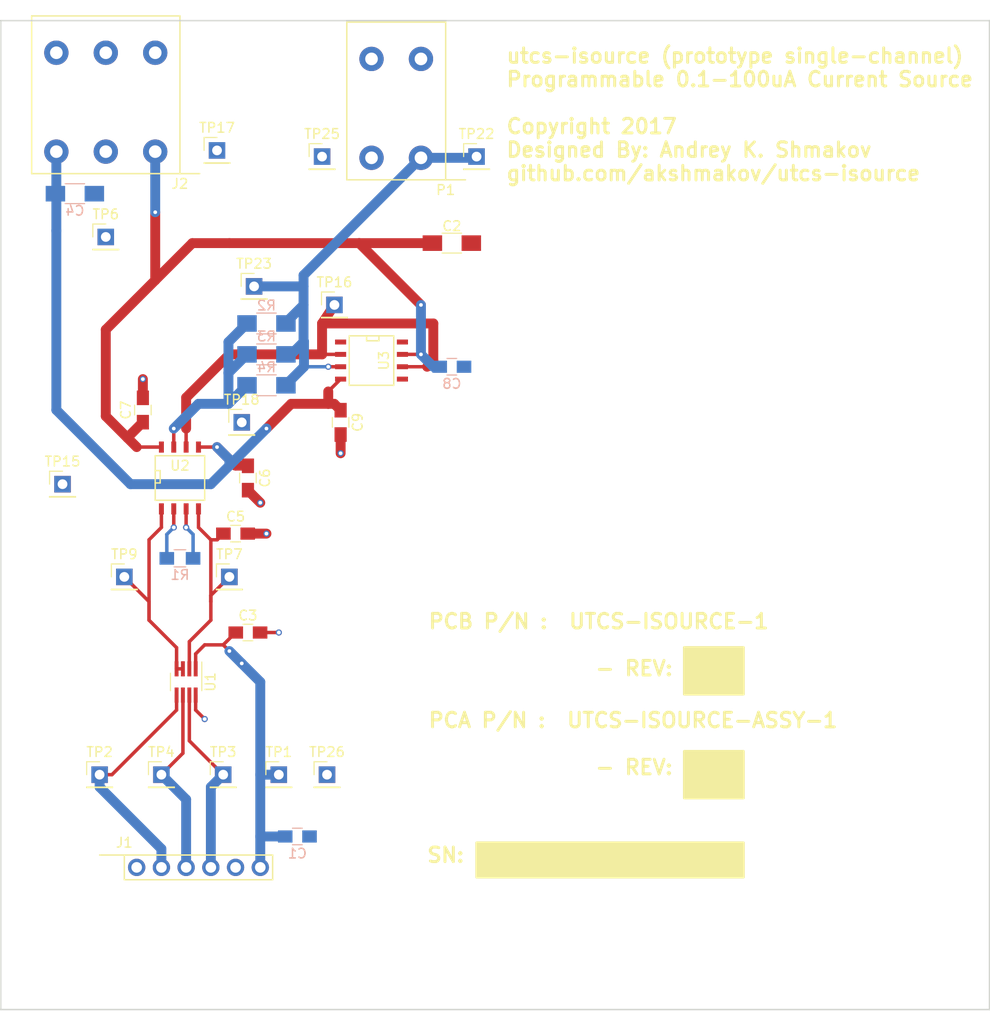
<source format=kicad_pcb>
(kicad_pcb (version 4) (host pcbnew 4.0.7-e2-6376~58~ubuntu16.04.1)

  (general
    (links 63)
    (no_connects 24)
    (area 50.724999 25.324999 152.475001 127.075001)
    (thickness 1.6)
    (drawings 8)
    (tracks 154)
    (zones 0)
    (modules 34)
    (nets 19)
  )

  (page A4)
  (layers
    (0 F.Cu signal)
    (31 B.Cu signal)
    (32 B.Adhes user)
    (33 F.Adhes user)
    (34 B.Paste user)
    (35 F.Paste user)
    (36 B.SilkS user)
    (37 F.SilkS user)
    (38 B.Mask user)
    (39 F.Mask user)
    (40 Dwgs.User user)
    (41 Cmts.User user)
    (42 Eco1.User user)
    (43 Eco2.User user)
    (44 Edge.Cuts user)
    (45 Margin user)
    (46 B.CrtYd user)
    (47 F.CrtYd user)
    (48 B.Fab user)
    (49 F.Fab user)
  )

  (setup
    (last_trace_width 1.016)
    (user_trace_width 0.2032)
    (user_trace_width 0.254)
    (user_trace_width 0.3556)
    (user_trace_width 0.508)
    (user_trace_width 1.016)
    (trace_clearance 0.254)
    (zone_clearance 0.635)
    (zone_45_only yes)
    (trace_min 0.1524)
    (segment_width 0.2)
    (edge_width 0.15)
    (via_size 0.635)
    (via_drill 0.381)
    (via_min_size 0.381)
    (via_min_drill 0.254)
    (user_via 1.778 1.0922)
    (uvia_size 0.2794)
    (uvia_drill 0.1016)
    (uvias_allowed no)
    (uvia_min_size 0)
    (uvia_min_drill 0)
    (pcb_text_width 0.3)
    (pcb_text_size 1.5 1.5)
    (mod_edge_width 0.15)
    (mod_text_size 1 1)
    (mod_text_width 0.15)
    (pad_size 1.524 1.524)
    (pad_drill 0.762)
    (pad_to_mask_clearance 0.2)
    (aux_axis_origin 0 0)
    (visible_elements FFFFFF7F)
    (pcbplotparams
      (layerselection 0x00030_80000001)
      (usegerberextensions false)
      (excludeedgelayer true)
      (linewidth 0.100000)
      (plotframeref false)
      (viasonmask false)
      (mode 1)
      (useauxorigin false)
      (hpglpennumber 1)
      (hpglpenspeed 20)
      (hpglpendiameter 15)
      (hpglpenoverlay 2)
      (psnegative false)
      (psa4output false)
      (plotreference true)
      (plotvalue true)
      (plotinvisibletext false)
      (padsonsilk false)
      (subtractmaskfromsilk false)
      (outputformat 1)
      (mirror false)
      (drillshape 1)
      (scaleselection 1)
      (outputdirectory ""))
  )

  (net 0 "")
  (net 1 +5V)
  (net 2 GND)
  (net 3 AVDD)
  (net 4 AVSS)
  (net 5 /IOUT)
  (net 6 "Net-(C5-Pad1)")
  (net 7 "Net-(J1-Pad2)")
  (net 8 "Net-(J1-Pad3)")
  (net 9 "Net-(J1-Pad5)")
  (net 10 "Net-(R1-Pad1)")
  (net 11 "Net-(R1-Pad2)")
  (net 12 "Net-(R2-Pad2)")
  (net 13 "Net-(TP16-Pad1)")
  (net 14 "Net-(U3-Pad8)")
  (net 15 "Net-(U3-Pad5)")
  (net 16 "Net-(U3-Pad1)")
  (net 17 /SPI_MOSI)
  (net 18 "Net-(TP9-Pad1)")

  (net_class Default "This is the default net class."
    (clearance 0.254)
    (trace_width 0.254)
    (via_dia 0.635)
    (via_drill 0.381)
    (uvia_dia 0.2794)
    (uvia_drill 0.1016)
    (add_net +5V)
    (add_net /IOUT)
    (add_net /SPI_MOSI)
    (add_net AVDD)
    (add_net AVSS)
    (add_net GND)
    (add_net "Net-(C5-Pad1)")
    (add_net "Net-(J1-Pad2)")
    (add_net "Net-(J1-Pad3)")
    (add_net "Net-(J1-Pad5)")
    (add_net "Net-(R1-Pad1)")
    (add_net "Net-(R1-Pad2)")
    (add_net "Net-(R2-Pad2)")
    (add_net "Net-(TP16-Pad1)")
    (add_net "Net-(TP9-Pad1)")
    (add_net "Net-(U3-Pad1)")
    (add_net "Net-(U3-Pad5)")
    (add_net "Net-(U3-Pad8)")
  )

  (net_class IOUT ""
    (clearance 0.381)
    (trace_width 0.381)
    (via_dia 1.016)
    (via_drill 0.635)
    (uvia_dia 0.2794)
    (uvia_drill 0.1016)
  )

  (module Capacitors_SMD:C_1206_HandSoldering (layer F.Cu) (tedit 58AA84D1) (tstamp 5A3E0A9F)
    (at 97.155 48.26)
    (descr "Capacitor SMD 1206, hand soldering")
    (tags "capacitor 1206")
    (path /5A3D3702)
    (attr smd)
    (fp_text reference C2 (at 0 -1.75) (layer F.SilkS)
      (effects (font (size 1 1) (thickness 0.15)))
    )
    (fp_text value 100u (at 0 2) (layer F.Fab)
      (effects (font (size 1 1) (thickness 0.15)))
    )
    (fp_text user %R (at 0 -1.75) (layer F.Fab)
      (effects (font (size 1 1) (thickness 0.15)))
    )
    (fp_line (start -1.6 0.8) (end -1.6 -0.8) (layer F.Fab) (width 0.1))
    (fp_line (start 1.6 0.8) (end -1.6 0.8) (layer F.Fab) (width 0.1))
    (fp_line (start 1.6 -0.8) (end 1.6 0.8) (layer F.Fab) (width 0.1))
    (fp_line (start -1.6 -0.8) (end 1.6 -0.8) (layer F.Fab) (width 0.1))
    (fp_line (start 1 -1.02) (end -1 -1.02) (layer F.SilkS) (width 0.12))
    (fp_line (start -1 1.02) (end 1 1.02) (layer F.SilkS) (width 0.12))
    (fp_line (start -3.25 -1.05) (end 3.25 -1.05) (layer F.CrtYd) (width 0.05))
    (fp_line (start -3.25 -1.05) (end -3.25 1.05) (layer F.CrtYd) (width 0.05))
    (fp_line (start 3.25 1.05) (end 3.25 -1.05) (layer F.CrtYd) (width 0.05))
    (fp_line (start 3.25 1.05) (end -3.25 1.05) (layer F.CrtYd) (width 0.05))
    (pad 1 smd rect (at -2 0) (size 2 1.6) (layers F.Cu F.Paste F.Mask)
      (net 3 AVDD))
    (pad 2 smd rect (at 2 0) (size 2 1.6) (layers F.Cu F.Paste F.Mask)
      (net 2 GND))
    (model Capacitors_SMD.3dshapes/C_1206.wrl
      (at (xyz 0 0 0))
      (scale (xyz 1 1 1))
      (rotate (xyz 0 0 0))
    )
  )

  (module Capacitors_SMD:C_0805_HandSoldering (layer F.Cu) (tedit 58AA84A8) (tstamp 5A3E0AA5)
    (at 76.2 88.265)
    (descr "Capacitor SMD 0805, hand soldering")
    (tags "capacitor 0805")
    (path /5A3D3FE3)
    (attr smd)
    (fp_text reference C3 (at 0 -1.75) (layer F.SilkS)
      (effects (font (size 1 1) (thickness 0.15)))
    )
    (fp_text value 100n (at 0 1.75) (layer F.Fab)
      (effects (font (size 1 1) (thickness 0.15)))
    )
    (fp_text user %R (at 0 -1.75) (layer F.Fab)
      (effects (font (size 1 1) (thickness 0.15)))
    )
    (fp_line (start -1 0.62) (end -1 -0.62) (layer F.Fab) (width 0.1))
    (fp_line (start 1 0.62) (end -1 0.62) (layer F.Fab) (width 0.1))
    (fp_line (start 1 -0.62) (end 1 0.62) (layer F.Fab) (width 0.1))
    (fp_line (start -1 -0.62) (end 1 -0.62) (layer F.Fab) (width 0.1))
    (fp_line (start 0.5 -0.85) (end -0.5 -0.85) (layer F.SilkS) (width 0.12))
    (fp_line (start -0.5 0.85) (end 0.5 0.85) (layer F.SilkS) (width 0.12))
    (fp_line (start -2.25 -0.88) (end 2.25 -0.88) (layer F.CrtYd) (width 0.05))
    (fp_line (start -2.25 -0.88) (end -2.25 0.87) (layer F.CrtYd) (width 0.05))
    (fp_line (start 2.25 0.87) (end 2.25 -0.88) (layer F.CrtYd) (width 0.05))
    (fp_line (start 2.25 0.87) (end -2.25 0.87) (layer F.CrtYd) (width 0.05))
    (pad 1 smd rect (at -1.25 0) (size 1.5 1.25) (layers F.Cu F.Paste F.Mask)
      (net 1 +5V))
    (pad 2 smd rect (at 1.25 0) (size 1.5 1.25) (layers F.Cu F.Paste F.Mask)
      (net 2 GND))
    (model Capacitors_SMD.3dshapes/C_0805.wrl
      (at (xyz 0 0 0))
      (scale (xyz 1 1 1))
      (rotate (xyz 0 0 0))
    )
  )

  (module Capacitors_SMD:C_0805_HandSoldering (layer F.Cu) (tedit 58AA84A8) (tstamp 5A3E0AB1)
    (at 74.93 78.105)
    (descr "Capacitor SMD 0805, hand soldering")
    (tags "capacitor 0805")
    (path /5A3CE7E4)
    (attr smd)
    (fp_text reference C5 (at 0 -1.75) (layer F.SilkS)
      (effects (font (size 1 1) (thickness 0.15)))
    )
    (fp_text value 10n (at 0 1.75) (layer F.Fab)
      (effects (font (size 1 1) (thickness 0.15)))
    )
    (fp_text user %R (at 0 -1.75) (layer F.Fab)
      (effects (font (size 1 1) (thickness 0.15)))
    )
    (fp_line (start -1 0.62) (end -1 -0.62) (layer F.Fab) (width 0.1))
    (fp_line (start 1 0.62) (end -1 0.62) (layer F.Fab) (width 0.1))
    (fp_line (start 1 -0.62) (end 1 0.62) (layer F.Fab) (width 0.1))
    (fp_line (start -1 -0.62) (end 1 -0.62) (layer F.Fab) (width 0.1))
    (fp_line (start 0.5 -0.85) (end -0.5 -0.85) (layer F.SilkS) (width 0.12))
    (fp_line (start -0.5 0.85) (end 0.5 0.85) (layer F.SilkS) (width 0.12))
    (fp_line (start -2.25 -0.88) (end 2.25 -0.88) (layer F.CrtYd) (width 0.05))
    (fp_line (start -2.25 -0.88) (end -2.25 0.87) (layer F.CrtYd) (width 0.05))
    (fp_line (start 2.25 0.87) (end 2.25 -0.88) (layer F.CrtYd) (width 0.05))
    (fp_line (start 2.25 0.87) (end -2.25 0.87) (layer F.CrtYd) (width 0.05))
    (pad 1 smd rect (at -1.25 0) (size 1.5 1.25) (layers F.Cu F.Paste F.Mask)
      (net 6 "Net-(C5-Pad1)"))
    (pad 2 smd rect (at 1.25 0) (size 1.5 1.25) (layers F.Cu F.Paste F.Mask)
      (net 2 GND))
    (model Capacitors_SMD.3dshapes/C_0805.wrl
      (at (xyz 0 0 0))
      (scale (xyz 1 1 1))
      (rotate (xyz 0 0 0))
    )
  )

  (module Capacitors_SMD:C_0805_HandSoldering (layer F.Cu) (tedit 58AA84A8) (tstamp 5A3E0AB7)
    (at 76.2 72.39 270)
    (descr "Capacitor SMD 0805, hand soldering")
    (tags "capacitor 0805")
    (path /5A3D19B4)
    (attr smd)
    (fp_text reference C6 (at 0 -1.75 270) (layer F.SilkS)
      (effects (font (size 1 1) (thickness 0.15)))
    )
    (fp_text value 100n (at 0 1.75 270) (layer F.Fab)
      (effects (font (size 1 1) (thickness 0.15)))
    )
    (fp_text user %R (at 0 -1.75 270) (layer F.Fab)
      (effects (font (size 1 1) (thickness 0.15)))
    )
    (fp_line (start -1 0.62) (end -1 -0.62) (layer F.Fab) (width 0.1))
    (fp_line (start 1 0.62) (end -1 0.62) (layer F.Fab) (width 0.1))
    (fp_line (start 1 -0.62) (end 1 0.62) (layer F.Fab) (width 0.1))
    (fp_line (start -1 -0.62) (end 1 -0.62) (layer F.Fab) (width 0.1))
    (fp_line (start 0.5 -0.85) (end -0.5 -0.85) (layer F.SilkS) (width 0.12))
    (fp_line (start -0.5 0.85) (end 0.5 0.85) (layer F.SilkS) (width 0.12))
    (fp_line (start -2.25 -0.88) (end 2.25 -0.88) (layer F.CrtYd) (width 0.05))
    (fp_line (start -2.25 -0.88) (end -2.25 0.87) (layer F.CrtYd) (width 0.05))
    (fp_line (start 2.25 0.87) (end 2.25 -0.88) (layer F.CrtYd) (width 0.05))
    (fp_line (start 2.25 0.87) (end -2.25 0.87) (layer F.CrtYd) (width 0.05))
    (pad 1 smd rect (at -1.25 0 270) (size 1.5 1.25) (layers F.Cu F.Paste F.Mask)
      (net 4 AVSS))
    (pad 2 smd rect (at 1.25 0 270) (size 1.5 1.25) (layers F.Cu F.Paste F.Mask)
      (net 2 GND))
    (model Capacitors_SMD.3dshapes/C_0805.wrl
      (at (xyz 0 0 0))
      (scale (xyz 1 1 1))
      (rotate (xyz 0 0 0))
    )
  )

  (module Capacitors_SMD:C_0805_HandSoldering (layer F.Cu) (tedit 58AA84A8) (tstamp 5A3E0ABD)
    (at 65.405 65.405 90)
    (descr "Capacitor SMD 0805, hand soldering")
    (tags "capacitor 0805")
    (path /5A3D1400)
    (attr smd)
    (fp_text reference C7 (at 0 -1.75 90) (layer F.SilkS)
      (effects (font (size 1 1) (thickness 0.15)))
    )
    (fp_text value 100n (at 0 1.75 90) (layer F.Fab)
      (effects (font (size 1 1) (thickness 0.15)))
    )
    (fp_text user %R (at 0 -1.75 90) (layer F.Fab)
      (effects (font (size 1 1) (thickness 0.15)))
    )
    (fp_line (start -1 0.62) (end -1 -0.62) (layer F.Fab) (width 0.1))
    (fp_line (start 1 0.62) (end -1 0.62) (layer F.Fab) (width 0.1))
    (fp_line (start 1 -0.62) (end 1 0.62) (layer F.Fab) (width 0.1))
    (fp_line (start -1 -0.62) (end 1 -0.62) (layer F.Fab) (width 0.1))
    (fp_line (start 0.5 -0.85) (end -0.5 -0.85) (layer F.SilkS) (width 0.12))
    (fp_line (start -0.5 0.85) (end 0.5 0.85) (layer F.SilkS) (width 0.12))
    (fp_line (start -2.25 -0.88) (end 2.25 -0.88) (layer F.CrtYd) (width 0.05))
    (fp_line (start -2.25 -0.88) (end -2.25 0.87) (layer F.CrtYd) (width 0.05))
    (fp_line (start 2.25 0.87) (end 2.25 -0.88) (layer F.CrtYd) (width 0.05))
    (fp_line (start 2.25 0.87) (end -2.25 0.87) (layer F.CrtYd) (width 0.05))
    (pad 1 smd rect (at -1.25 0 90) (size 1.5 1.25) (layers F.Cu F.Paste F.Mask)
      (net 3 AVDD))
    (pad 2 smd rect (at 1.25 0 90) (size 1.5 1.25) (layers F.Cu F.Paste F.Mask)
      (net 2 GND))
    (model Capacitors_SMD.3dshapes/C_0805.wrl
      (at (xyz 0 0 0))
      (scale (xyz 1 1 1))
      (rotate (xyz 0 0 0))
    )
  )

  (module Capacitors_SMD:C_0805_HandSoldering (layer B.Cu) (tedit 58AA84A8) (tstamp 5A3E0AC3)
    (at 97.155 60.96)
    (descr "Capacitor SMD 0805, hand soldering")
    (tags "capacitor 0805")
    (path /5A3D243A)
    (attr smd)
    (fp_text reference C8 (at 0 1.75) (layer B.SilkS)
      (effects (font (size 1 1) (thickness 0.15)) (justify mirror))
    )
    (fp_text value 100n (at 0 -1.75) (layer B.Fab)
      (effects (font (size 1 1) (thickness 0.15)) (justify mirror))
    )
    (fp_text user %R (at 0 1.75) (layer B.Fab)
      (effects (font (size 1 1) (thickness 0.15)) (justify mirror))
    )
    (fp_line (start -1 -0.62) (end -1 0.62) (layer B.Fab) (width 0.1))
    (fp_line (start 1 -0.62) (end -1 -0.62) (layer B.Fab) (width 0.1))
    (fp_line (start 1 0.62) (end 1 -0.62) (layer B.Fab) (width 0.1))
    (fp_line (start -1 0.62) (end 1 0.62) (layer B.Fab) (width 0.1))
    (fp_line (start 0.5 0.85) (end -0.5 0.85) (layer B.SilkS) (width 0.12))
    (fp_line (start -0.5 -0.85) (end 0.5 -0.85) (layer B.SilkS) (width 0.12))
    (fp_line (start -2.25 0.88) (end 2.25 0.88) (layer B.CrtYd) (width 0.05))
    (fp_line (start -2.25 0.88) (end -2.25 -0.87) (layer B.CrtYd) (width 0.05))
    (fp_line (start 2.25 -0.87) (end 2.25 0.88) (layer B.CrtYd) (width 0.05))
    (fp_line (start 2.25 -0.87) (end -2.25 -0.87) (layer B.CrtYd) (width 0.05))
    (pad 1 smd rect (at -1.25 0) (size 1.5 1.25) (layers B.Cu B.Paste B.Mask)
      (net 3 AVDD))
    (pad 2 smd rect (at 1.25 0) (size 1.5 1.25) (layers B.Cu B.Paste B.Mask)
      (net 2 GND))
    (model Capacitors_SMD.3dshapes/C_0805.wrl
      (at (xyz 0 0 0))
      (scale (xyz 1 1 1))
      (rotate (xyz 0 0 0))
    )
  )

  (module Capacitors_SMD:C_0805_HandSoldering (layer F.Cu) (tedit 58AA84A8) (tstamp 5A3E0AC9)
    (at 85.725 66.675 270)
    (descr "Capacitor SMD 0805, hand soldering")
    (tags "capacitor 0805")
    (path /5A3D28C4)
    (attr smd)
    (fp_text reference C9 (at 0 -1.75 270) (layer F.SilkS)
      (effects (font (size 1 1) (thickness 0.15)))
    )
    (fp_text value 100n (at 0 1.75 270) (layer F.Fab)
      (effects (font (size 1 1) (thickness 0.15)))
    )
    (fp_text user %R (at 0 -1.75 270) (layer F.Fab)
      (effects (font (size 1 1) (thickness 0.15)))
    )
    (fp_line (start -1 0.62) (end -1 -0.62) (layer F.Fab) (width 0.1))
    (fp_line (start 1 0.62) (end -1 0.62) (layer F.Fab) (width 0.1))
    (fp_line (start 1 -0.62) (end 1 0.62) (layer F.Fab) (width 0.1))
    (fp_line (start -1 -0.62) (end 1 -0.62) (layer F.Fab) (width 0.1))
    (fp_line (start 0.5 -0.85) (end -0.5 -0.85) (layer F.SilkS) (width 0.12))
    (fp_line (start -0.5 0.85) (end 0.5 0.85) (layer F.SilkS) (width 0.12))
    (fp_line (start -2.25 -0.88) (end 2.25 -0.88) (layer F.CrtYd) (width 0.05))
    (fp_line (start -2.25 -0.88) (end -2.25 0.87) (layer F.CrtYd) (width 0.05))
    (fp_line (start 2.25 0.87) (end 2.25 -0.88) (layer F.CrtYd) (width 0.05))
    (fp_line (start 2.25 0.87) (end -2.25 0.87) (layer F.CrtYd) (width 0.05))
    (pad 1 smd rect (at -1.25 0 270) (size 1.5 1.25) (layers F.Cu F.Paste F.Mask)
      (net 4 AVSS))
    (pad 2 smd rect (at 1.25 0 270) (size 1.5 1.25) (layers F.Cu F.Paste F.Mask)
      (net 2 GND))
    (model Capacitors_SMD.3dshapes/C_0805.wrl
      (at (xyz 0 0 0))
      (scale (xyz 1 1 1))
      (rotate (xyz 0 0 0))
    )
  )

  (module footprints:PCB_HDR_100MIL_1X6_MOL-0705530005 (layer F.Cu) (tedit 5A3DF429) (tstamp 5A3E0ADB)
    (at 71.12 112.395)
    (descr http://www.molex.com/pdm_docs/sd/705530005_sd.pdf)
    (tags "PCB Header 100 mil 0.1\" molex")
    (path /5A3E05CD)
    (fp_text reference J1 (at -7.62 -2.54) (layer F.SilkS)
      (effects (font (size 1 1) (thickness 0.15)))
    )
    (fp_text value Conn_01x06 (at 8.89 15.24) (layer F.Fab)
      (effects (font (size 1 1) (thickness 0.15)))
    )
    (fp_line (start 7.62 1.27) (end 7.62 13.97) (layer F.Fab) (width 0.15))
    (fp_line (start 7.62 13.97) (end -7.62 13.97) (layer F.Fab) (width 0.15))
    (fp_line (start -7.62 13.97) (end -7.62 1.27) (layer F.Fab) (width 0.15))
    (fp_line (start -7.62 -1.27) (end -10.16 -1.27) (layer F.SilkS) (width 0.15))
    (fp_line (start 7.62 -1.27) (end 7.62 1.27) (layer F.SilkS) (width 0.15))
    (fp_line (start 7.62 1.27) (end -7.62 1.27) (layer F.SilkS) (width 0.15))
    (fp_line (start -7.62 1.27) (end -7.62 -1.27) (layer F.SilkS) (width 0.15))
    (fp_line (start -7.62 -1.27) (end 7.62 -1.27) (layer F.SilkS) (width 0.15))
    (pad 1 thru_hole circle (at -6.35 0) (size 1.778 1.778) (drill 1.0922) (layers *.Mask B.Cu)
      (net 2 GND))
    (pad 2 thru_hole circle (at -3.81 0) (size 1.778 1.778) (drill 1.0922) (layers *.Mask B.Cu)
      (net 7 "Net-(J1-Pad2)"))
    (pad 3 thru_hole circle (at -1.27 0) (size 1.778 1.778) (drill 1.0922) (layers *.Mask B.Cu)
      (net 8 "Net-(J1-Pad3)"))
    (pad 4 thru_hole circle (at 1.27 0) (size 1.778 1.778) (drill 1.0922) (layers *.Mask B.Cu)
      (net 17 /SPI_MOSI))
    (pad 5 thru_hole circle (at 3.81 0) (size 1.778 1.778) (drill 1.0922) (layers *.Mask B.Cu)
      (net 9 "Net-(J1-Pad5)"))
    (pad 6 thru_hole circle (at 6.35 0) (size 1.778 1.778) (drill 1.0922) (layers *.Mask B.Cu)
      (net 1 +5V))
  )

  (module footprints:PCB_TB_1X3_PHC-1790296 (layer F.Cu) (tedit 5A3DEAC7) (tstamp 5A3E0B08)
    (at 61.595 33.02 180)
    (tags "TB Terminal Block PCB 1X2")
    (path /5A3D0002)
    (fp_text reference J2 (at -7.62 -9.144 180) (layer F.SilkS)
      (effects (font (size 1 1) (thickness 0.15)))
    )
    (fp_text value Conn_01x03 (at 2.54 8.89 180) (layer F.Fab)
      (effects (font (size 1 1) (thickness 0.15)))
    )
    (fp_circle (center 5.08 -5.84) (end 5.12 -5.15) (layer F.Fab) (width 0.15))
    (fp_circle (center 5.08 1.016) (end 5.08 2.032) (layer F.Fab) (width 0.15))
    (fp_line (start 4.572 -3.048) (end 4.572 -1.524) (layer F.Fab) (width 0.15))
    (fp_line (start 5.588 -3.048) (end 4.572 -3.048) (layer F.Fab) (width 0.15))
    (fp_line (start 5.588 -1.524) (end 5.588 -3.048) (layer F.Fab) (width 0.15))
    (fp_line (start 4.572 -1.524) (end 5.588 -1.524) (layer F.Fab) (width 0.15))
    (fp_line (start 5.08 0) (end 5.08 -1.524) (layer F.Fab) (width 0.15))
    (fp_line (start 5.08 -3.048) (end 5.08 -5.08) (layer F.Fab) (width 0.15))
    (fp_circle (center 5.08 4.32) (end 5.12 5.01) (layer F.Fab) (width 0.15))
    (fp_line (start 5.08 2.032) (end 5.08 3.556) (layer F.Fab) (width 0.15))
    (fp_line (start -5.08 2.032) (end -5.08 3.556) (layer F.Fab) (width 0.15))
    (fp_line (start 0 2.032) (end 0 3.556) (layer F.Fab) (width 0.15))
    (fp_circle (center 0 4.32) (end 0.04 5.01) (layer F.Fab) (width 0.15))
    (fp_circle (center -5.08 4.32) (end -5.04 5.01) (layer F.Fab) (width 0.15))
    (fp_line (start 0 -3.048) (end 0 -5.08) (layer F.Fab) (width 0.15))
    (fp_line (start -5.08 -3.048) (end -5.08 -5.08) (layer F.Fab) (width 0.15))
    (fp_circle (center -5.08 -5.84) (end -5.04 -5.15) (layer F.Fab) (width 0.15))
    (fp_circle (center 0 -5.84) (end 0.04 -5.15) (layer F.Fab) (width 0.15))
    (fp_line (start 0 0) (end 0 -1.524) (layer F.Fab) (width 0.15))
    (fp_line (start -5.08 -1.524) (end -5.08 0) (layer F.Fab) (width 0.15))
    (fp_line (start -7.62 -8.1) (end -9.652 -8.1) (layer F.SilkS) (width 0.15))
    (fp_line (start -0.508 -1.524) (end 0.508 -1.524) (layer F.Fab) (width 0.15))
    (fp_line (start 0.508 -1.524) (end 0.508 -3.048) (layer F.Fab) (width 0.15))
    (fp_line (start 0.508 -3.048) (end -0.508 -3.048) (layer F.Fab) (width 0.15))
    (fp_line (start -0.508 -3.048) (end -0.508 -1.524) (layer F.Fab) (width 0.15))
    (fp_line (start -5.588 -1.524) (end -4.572 -1.524) (layer F.Fab) (width 0.15))
    (fp_line (start -4.572 -1.524) (end -4.572 -3.048) (layer F.Fab) (width 0.15))
    (fp_line (start -4.572 -3.048) (end -5.588 -3.048) (layer F.Fab) (width 0.15))
    (fp_line (start -5.588 -3.048) (end -5.588 -1.524) (layer F.Fab) (width 0.15))
    (fp_circle (center 0 1.016) (end 0 2.032) (layer F.Fab) (width 0.15))
    (fp_circle (center -5.08 1.016) (end -5.08 2.032) (layer F.Fab) (width 0.15))
    (fp_line (start -7.62 -8.1) (end 7.62 -8.1) (layer F.SilkS) (width 0.15))
    (fp_line (start 7.62 -8.1) (end 7.62 8.1) (layer F.SilkS) (width 0.15))
    (fp_line (start 7.62 8.1) (end -7.62 8.1) (layer F.SilkS) (width 0.15))
    (fp_line (start -7.62 8.1) (end -7.62 -8.1) (layer F.SilkS) (width 0.15))
    (pad 3 thru_hole circle (at 5.08 -5.84 180) (size 2.5 2.5) (drill 1.3) (layers *.Mask B.Cu)
      (net 4 AVSS))
    (pad 3 thru_hole circle (at 5.08 4.32 180) (size 2.5 2.5) (drill 1.3) (layers *.Mask B.Cu)
      (net 4 AVSS))
    (pad 1 thru_hole circle (at -5.08 4.32 180) (size 2.5 2.5) (drill 1.3) (layers *.Mask B.Cu)
      (net 3 AVDD))
    (pad 1 thru_hole circle (at -5.08 -5.84 180) (size 2.5 2.5) (drill 1.3) (layers *.Mask B.Cu)
      (net 3 AVDD))
    (pad 2 thru_hole circle (at 0 4.32 180) (size 2.5 2.5) (drill 1.3) (layers *.Mask B.Cu)
      (net 2 GND))
    (pad 2 thru_hole circle (at 0 -5.84 180) (size 2.5 2.5) (drill 1.3) (layers *.Mask B.Cu)
      (net 2 GND))
  )

  (module Resistors_SMD:R_0805_HandSoldering (layer B.Cu) (tedit 58E0A804) (tstamp 5A3E0B2F)
    (at 69.215 80.645)
    (descr "Resistor SMD 0805, hand soldering")
    (tags "resistor 0805")
    (path /5A3D03FE)
    (attr smd)
    (fp_text reference R1 (at 0 1.7) (layer B.SilkS)
      (effects (font (size 1 1) (thickness 0.15)) (justify mirror))
    )
    (fp_text value NP (at 0 -1.75) (layer B.Fab)
      (effects (font (size 1 1) (thickness 0.15)) (justify mirror))
    )
    (fp_text user %R (at 0 0) (layer B.Fab)
      (effects (font (size 0.5 0.5) (thickness 0.075)) (justify mirror))
    )
    (fp_line (start -1 -0.62) (end -1 0.62) (layer B.Fab) (width 0.1))
    (fp_line (start 1 -0.62) (end -1 -0.62) (layer B.Fab) (width 0.1))
    (fp_line (start 1 0.62) (end 1 -0.62) (layer B.Fab) (width 0.1))
    (fp_line (start -1 0.62) (end 1 0.62) (layer B.Fab) (width 0.1))
    (fp_line (start 0.6 -0.88) (end -0.6 -0.88) (layer B.SilkS) (width 0.12))
    (fp_line (start -0.6 0.88) (end 0.6 0.88) (layer B.SilkS) (width 0.12))
    (fp_line (start -2.35 0.9) (end 2.35 0.9) (layer B.CrtYd) (width 0.05))
    (fp_line (start -2.35 0.9) (end -2.35 -0.9) (layer B.CrtYd) (width 0.05))
    (fp_line (start 2.35 -0.9) (end 2.35 0.9) (layer B.CrtYd) (width 0.05))
    (fp_line (start 2.35 -0.9) (end -2.35 -0.9) (layer B.CrtYd) (width 0.05))
    (pad 1 smd rect (at -1.35 0) (size 1.5 1.3) (layers B.Cu B.Paste B.Mask)
      (net 10 "Net-(R1-Pad1)"))
    (pad 2 smd rect (at 1.35 0) (size 1.5 1.3) (layers B.Cu B.Paste B.Mask)
      (net 11 "Net-(R1-Pad2)"))
    (model ${KISYS3DMOD}/Resistors_SMD.3dshapes/R_0805.wrl
      (at (xyz 0 0 0))
      (scale (xyz 1 1 1))
      (rotate (xyz 0 0 0))
    )
  )

  (module Resistors_SMD:R_1206_HandSoldering (layer B.Cu) (tedit 58E0A804) (tstamp 5A3E0B35)
    (at 78.105 56.515 180)
    (descr "Resistor SMD 1206, hand soldering")
    (tags "resistor 1206")
    (path /5A3CFB5E)
    (attr smd)
    (fp_text reference R2 (at 0 1.85 180) (layer B.SilkS)
      (effects (font (size 1 1) (thickness 0.15)) (justify mirror))
    )
    (fp_text value 1M (at 0 -1.9 180) (layer B.Fab)
      (effects (font (size 1 1) (thickness 0.15)) (justify mirror))
    )
    (fp_text user %R (at 0 0 180) (layer B.Fab)
      (effects (font (size 0.7 0.7) (thickness 0.105)) (justify mirror))
    )
    (fp_line (start -1.6 -0.8) (end -1.6 0.8) (layer B.Fab) (width 0.1))
    (fp_line (start 1.6 -0.8) (end -1.6 -0.8) (layer B.Fab) (width 0.1))
    (fp_line (start 1.6 0.8) (end 1.6 -0.8) (layer B.Fab) (width 0.1))
    (fp_line (start -1.6 0.8) (end 1.6 0.8) (layer B.Fab) (width 0.1))
    (fp_line (start 1 -1.07) (end -1 -1.07) (layer B.SilkS) (width 0.12))
    (fp_line (start -1 1.07) (end 1 1.07) (layer B.SilkS) (width 0.12))
    (fp_line (start -3.25 1.11) (end 3.25 1.11) (layer B.CrtYd) (width 0.05))
    (fp_line (start -3.25 1.11) (end -3.25 -1.1) (layer B.CrtYd) (width 0.05))
    (fp_line (start 3.25 -1.1) (end 3.25 1.11) (layer B.CrtYd) (width 0.05))
    (fp_line (start 3.25 -1.1) (end -3.25 -1.1) (layer B.CrtYd) (width 0.05))
    (pad 1 smd rect (at -2 0 180) (size 2 1.7) (layers B.Cu B.Paste B.Mask)
      (net 5 /IOUT))
    (pad 2 smd rect (at 2 0 180) (size 2 1.7) (layers B.Cu B.Paste B.Mask)
      (net 12 "Net-(R2-Pad2)"))
    (model ${KISYS3DMOD}/Resistors_SMD.3dshapes/R_1206.wrl
      (at (xyz 0 0 0))
      (scale (xyz 1 1 1))
      (rotate (xyz 0 0 0))
    )
  )

  (module Resistors_SMD:R_1206_HandSoldering (layer B.Cu) (tedit 58E0A804) (tstamp 5A3E0B3B)
    (at 78.105 59.69 180)
    (descr "Resistor SMD 1206, hand soldering")
    (tags "resistor 1206")
    (path /5A3CFA90)
    (attr smd)
    (fp_text reference R3 (at 0 1.85 180) (layer B.SilkS)
      (effects (font (size 1 1) (thickness 0.15)) (justify mirror))
    )
    (fp_text value 100K (at 0 -1.9 180) (layer B.Fab)
      (effects (font (size 1 1) (thickness 0.15)) (justify mirror))
    )
    (fp_text user %R (at 0 0 180) (layer B.Fab)
      (effects (font (size 0.7 0.7) (thickness 0.105)) (justify mirror))
    )
    (fp_line (start -1.6 -0.8) (end -1.6 0.8) (layer B.Fab) (width 0.1))
    (fp_line (start 1.6 -0.8) (end -1.6 -0.8) (layer B.Fab) (width 0.1))
    (fp_line (start 1.6 0.8) (end 1.6 -0.8) (layer B.Fab) (width 0.1))
    (fp_line (start -1.6 0.8) (end 1.6 0.8) (layer B.Fab) (width 0.1))
    (fp_line (start 1 -1.07) (end -1 -1.07) (layer B.SilkS) (width 0.12))
    (fp_line (start -1 1.07) (end 1 1.07) (layer B.SilkS) (width 0.12))
    (fp_line (start -3.25 1.11) (end 3.25 1.11) (layer B.CrtYd) (width 0.05))
    (fp_line (start -3.25 1.11) (end -3.25 -1.1) (layer B.CrtYd) (width 0.05))
    (fp_line (start 3.25 -1.1) (end 3.25 1.11) (layer B.CrtYd) (width 0.05))
    (fp_line (start 3.25 -1.1) (end -3.25 -1.1) (layer B.CrtYd) (width 0.05))
    (pad 1 smd rect (at -2 0 180) (size 2 1.7) (layers B.Cu B.Paste B.Mask)
      (net 5 /IOUT))
    (pad 2 smd rect (at 2 0 180) (size 2 1.7) (layers B.Cu B.Paste B.Mask)
      (net 12 "Net-(R2-Pad2)"))
    (model ${KISYS3DMOD}/Resistors_SMD.3dshapes/R_1206.wrl
      (at (xyz 0 0 0))
      (scale (xyz 1 1 1))
      (rotate (xyz 0 0 0))
    )
  )

  (module Resistors_SMD:R_1206_HandSoldering (layer B.Cu) (tedit 58E0A804) (tstamp 5A3E0B41)
    (at 78.105 62.865 180)
    (descr "Resistor SMD 1206, hand soldering")
    (tags "resistor 1206")
    (path /5A3CDEA1)
    (attr smd)
    (fp_text reference R4 (at 0 1.85 180) (layer B.SilkS)
      (effects (font (size 1 1) (thickness 0.15)) (justify mirror))
    )
    (fp_text value 10K (at 0 -1.9 180) (layer B.Fab)
      (effects (font (size 1 1) (thickness 0.15)) (justify mirror))
    )
    (fp_text user %R (at 0 0 180) (layer B.Fab)
      (effects (font (size 0.7 0.7) (thickness 0.105)) (justify mirror))
    )
    (fp_line (start -1.6 -0.8) (end -1.6 0.8) (layer B.Fab) (width 0.1))
    (fp_line (start 1.6 -0.8) (end -1.6 -0.8) (layer B.Fab) (width 0.1))
    (fp_line (start 1.6 0.8) (end 1.6 -0.8) (layer B.Fab) (width 0.1))
    (fp_line (start -1.6 0.8) (end 1.6 0.8) (layer B.Fab) (width 0.1))
    (fp_line (start 1 -1.07) (end -1 -1.07) (layer B.SilkS) (width 0.12))
    (fp_line (start -1 1.07) (end 1 1.07) (layer B.SilkS) (width 0.12))
    (fp_line (start -3.25 1.11) (end 3.25 1.11) (layer B.CrtYd) (width 0.05))
    (fp_line (start -3.25 1.11) (end -3.25 -1.1) (layer B.CrtYd) (width 0.05))
    (fp_line (start 3.25 -1.1) (end 3.25 1.11) (layer B.CrtYd) (width 0.05))
    (fp_line (start 3.25 -1.1) (end -3.25 -1.1) (layer B.CrtYd) (width 0.05))
    (pad 1 smd rect (at -2 0 180) (size 2 1.7) (layers B.Cu B.Paste B.Mask)
      (net 5 /IOUT))
    (pad 2 smd rect (at 2 0 180) (size 2 1.7) (layers B.Cu B.Paste B.Mask)
      (net 12 "Net-(R2-Pad2)"))
    (model ${KISYS3DMOD}/Resistors_SMD.3dshapes/R_1206.wrl
      (at (xyz 0 0 0))
      (scale (xyz 1 1 1))
      (rotate (xyz 0 0 0))
    )
  )

  (module Pin_Headers:Pin_Header_Straight_1x01_Pitch2.54mm (layer F.Cu) (tedit 59650532) (tstamp 5A3E0B46)
    (at 79.375 102.87)
    (descr "Through hole straight pin header, 1x01, 2.54mm pitch, single row")
    (tags "Through hole pin header THT 1x01 2.54mm single row")
    (path /5A3E1C09)
    (fp_text reference TP1 (at 0 -2.33) (layer F.SilkS)
      (effects (font (size 1 1) (thickness 0.15)))
    )
    (fp_text value +5V (at 0 2.33) (layer F.Fab)
      (effects (font (size 1 1) (thickness 0.15)))
    )
    (fp_line (start -0.635 -1.27) (end 1.27 -1.27) (layer F.Fab) (width 0.1))
    (fp_line (start 1.27 -1.27) (end 1.27 1.27) (layer F.Fab) (width 0.1))
    (fp_line (start 1.27 1.27) (end -1.27 1.27) (layer F.Fab) (width 0.1))
    (fp_line (start -1.27 1.27) (end -1.27 -0.635) (layer F.Fab) (width 0.1))
    (fp_line (start -1.27 -0.635) (end -0.635 -1.27) (layer F.Fab) (width 0.1))
    (fp_line (start -1.33 1.33) (end 1.33 1.33) (layer F.SilkS) (width 0.12))
    (fp_line (start -1.33 1.27) (end -1.33 1.33) (layer F.SilkS) (width 0.12))
    (fp_line (start 1.33 1.27) (end 1.33 1.33) (layer F.SilkS) (width 0.12))
    (fp_line (start -1.33 1.27) (end 1.33 1.27) (layer F.SilkS) (width 0.12))
    (fp_line (start -1.33 0) (end -1.33 -1.33) (layer F.SilkS) (width 0.12))
    (fp_line (start -1.33 -1.33) (end 0 -1.33) (layer F.SilkS) (width 0.12))
    (fp_line (start -1.8 -1.8) (end -1.8 1.8) (layer F.CrtYd) (width 0.05))
    (fp_line (start -1.8 1.8) (end 1.8 1.8) (layer F.CrtYd) (width 0.05))
    (fp_line (start 1.8 1.8) (end 1.8 -1.8) (layer F.CrtYd) (width 0.05))
    (fp_line (start 1.8 -1.8) (end -1.8 -1.8) (layer F.CrtYd) (width 0.05))
    (fp_text user %R (at 0 0 90) (layer F.Fab)
      (effects (font (size 1 1) (thickness 0.15)))
    )
    (pad 1 thru_hole rect (at 0 0) (size 1.7 1.7) (drill 1) (layers *.Cu *.Mask)
      (net 1 +5V))
    (model ${KISYS3DMOD}/Pin_Headers.3dshapes/Pin_Header_Straight_1x01_Pitch2.54mm.wrl
      (at (xyz 0 0 0))
      (scale (xyz 1 1 1))
      (rotate (xyz 0 0 0))
    )
  )

  (module Pin_Headers:Pin_Header_Straight_1x01_Pitch2.54mm (layer F.Cu) (tedit 59650532) (tstamp 5A3E0B4B)
    (at 60.96 102.87)
    (descr "Through hole straight pin header, 1x01, 2.54mm pitch, single row")
    (tags "Through hole pin header THT 1x01 2.54mm single row")
    (path /5A3E2244)
    (fp_text reference TP2 (at 0 -2.33) (layer F.SilkS)
      (effects (font (size 1 1) (thickness 0.15)))
    )
    (fp_text value ~CS (at 0 2.33) (layer F.Fab)
      (effects (font (size 1 1) (thickness 0.15)))
    )
    (fp_line (start -0.635 -1.27) (end 1.27 -1.27) (layer F.Fab) (width 0.1))
    (fp_line (start 1.27 -1.27) (end 1.27 1.27) (layer F.Fab) (width 0.1))
    (fp_line (start 1.27 1.27) (end -1.27 1.27) (layer F.Fab) (width 0.1))
    (fp_line (start -1.27 1.27) (end -1.27 -0.635) (layer F.Fab) (width 0.1))
    (fp_line (start -1.27 -0.635) (end -0.635 -1.27) (layer F.Fab) (width 0.1))
    (fp_line (start -1.33 1.33) (end 1.33 1.33) (layer F.SilkS) (width 0.12))
    (fp_line (start -1.33 1.27) (end -1.33 1.33) (layer F.SilkS) (width 0.12))
    (fp_line (start 1.33 1.27) (end 1.33 1.33) (layer F.SilkS) (width 0.12))
    (fp_line (start -1.33 1.27) (end 1.33 1.27) (layer F.SilkS) (width 0.12))
    (fp_line (start -1.33 0) (end -1.33 -1.33) (layer F.SilkS) (width 0.12))
    (fp_line (start -1.33 -1.33) (end 0 -1.33) (layer F.SilkS) (width 0.12))
    (fp_line (start -1.8 -1.8) (end -1.8 1.8) (layer F.CrtYd) (width 0.05))
    (fp_line (start -1.8 1.8) (end 1.8 1.8) (layer F.CrtYd) (width 0.05))
    (fp_line (start 1.8 1.8) (end 1.8 -1.8) (layer F.CrtYd) (width 0.05))
    (fp_line (start 1.8 -1.8) (end -1.8 -1.8) (layer F.CrtYd) (width 0.05))
    (fp_text user %R (at 0 0 90) (layer F.Fab)
      (effects (font (size 1 1) (thickness 0.15)))
    )
    (pad 1 thru_hole rect (at 0 0) (size 1.7 1.7) (drill 1) (layers *.Cu *.Mask)
      (net 7 "Net-(J1-Pad2)"))
    (model ${KISYS3DMOD}/Pin_Headers.3dshapes/Pin_Header_Straight_1x01_Pitch2.54mm.wrl
      (at (xyz 0 0 0))
      (scale (xyz 1 1 1))
      (rotate (xyz 0 0 0))
    )
  )

  (module Pin_Headers:Pin_Header_Straight_1x01_Pitch2.54mm (layer F.Cu) (tedit 59650532) (tstamp 5A3E0B50)
    (at 73.66 102.87)
    (descr "Through hole straight pin header, 1x01, 2.54mm pitch, single row")
    (tags "Through hole pin header THT 1x01 2.54mm single row")
    (path /5A3E1F31)
    (fp_text reference TP3 (at 0 -2.33) (layer F.SilkS)
      (effects (font (size 1 1) (thickness 0.15)))
    )
    (fp_text value MOSI (at 0 2.33) (layer F.Fab)
      (effects (font (size 1 1) (thickness 0.15)))
    )
    (fp_line (start -0.635 -1.27) (end 1.27 -1.27) (layer F.Fab) (width 0.1))
    (fp_line (start 1.27 -1.27) (end 1.27 1.27) (layer F.Fab) (width 0.1))
    (fp_line (start 1.27 1.27) (end -1.27 1.27) (layer F.Fab) (width 0.1))
    (fp_line (start -1.27 1.27) (end -1.27 -0.635) (layer F.Fab) (width 0.1))
    (fp_line (start -1.27 -0.635) (end -0.635 -1.27) (layer F.Fab) (width 0.1))
    (fp_line (start -1.33 1.33) (end 1.33 1.33) (layer F.SilkS) (width 0.12))
    (fp_line (start -1.33 1.27) (end -1.33 1.33) (layer F.SilkS) (width 0.12))
    (fp_line (start 1.33 1.27) (end 1.33 1.33) (layer F.SilkS) (width 0.12))
    (fp_line (start -1.33 1.27) (end 1.33 1.27) (layer F.SilkS) (width 0.12))
    (fp_line (start -1.33 0) (end -1.33 -1.33) (layer F.SilkS) (width 0.12))
    (fp_line (start -1.33 -1.33) (end 0 -1.33) (layer F.SilkS) (width 0.12))
    (fp_line (start -1.8 -1.8) (end -1.8 1.8) (layer F.CrtYd) (width 0.05))
    (fp_line (start -1.8 1.8) (end 1.8 1.8) (layer F.CrtYd) (width 0.05))
    (fp_line (start 1.8 1.8) (end 1.8 -1.8) (layer F.CrtYd) (width 0.05))
    (fp_line (start 1.8 -1.8) (end -1.8 -1.8) (layer F.CrtYd) (width 0.05))
    (fp_text user %R (at 0 0 90) (layer F.Fab)
      (effects (font (size 1 1) (thickness 0.15)))
    )
    (pad 1 thru_hole rect (at 0 0) (size 1.7 1.7) (drill 1) (layers *.Cu *.Mask)
      (net 17 /SPI_MOSI))
    (model ${KISYS3DMOD}/Pin_Headers.3dshapes/Pin_Header_Straight_1x01_Pitch2.54mm.wrl
      (at (xyz 0 0 0))
      (scale (xyz 1 1 1))
      (rotate (xyz 0 0 0))
    )
  )

  (module Pin_Headers:Pin_Header_Straight_1x01_Pitch2.54mm (layer F.Cu) (tedit 59650532) (tstamp 5A3E0B55)
    (at 67.31 102.87)
    (descr "Through hole straight pin header, 1x01, 2.54mm pitch, single row")
    (tags "Through hole pin header THT 1x01 2.54mm single row")
    (path /5A3E21C1)
    (fp_text reference TP4 (at 0 -2.33) (layer F.SilkS)
      (effects (font (size 1 1) (thickness 0.15)))
    )
    (fp_text value SCLK (at 0 2.33) (layer F.Fab)
      (effects (font (size 1 1) (thickness 0.15)))
    )
    (fp_line (start -0.635 -1.27) (end 1.27 -1.27) (layer F.Fab) (width 0.1))
    (fp_line (start 1.27 -1.27) (end 1.27 1.27) (layer F.Fab) (width 0.1))
    (fp_line (start 1.27 1.27) (end -1.27 1.27) (layer F.Fab) (width 0.1))
    (fp_line (start -1.27 1.27) (end -1.27 -0.635) (layer F.Fab) (width 0.1))
    (fp_line (start -1.27 -0.635) (end -0.635 -1.27) (layer F.Fab) (width 0.1))
    (fp_line (start -1.33 1.33) (end 1.33 1.33) (layer F.SilkS) (width 0.12))
    (fp_line (start -1.33 1.27) (end -1.33 1.33) (layer F.SilkS) (width 0.12))
    (fp_line (start 1.33 1.27) (end 1.33 1.33) (layer F.SilkS) (width 0.12))
    (fp_line (start -1.33 1.27) (end 1.33 1.27) (layer F.SilkS) (width 0.12))
    (fp_line (start -1.33 0) (end -1.33 -1.33) (layer F.SilkS) (width 0.12))
    (fp_line (start -1.33 -1.33) (end 0 -1.33) (layer F.SilkS) (width 0.12))
    (fp_line (start -1.8 -1.8) (end -1.8 1.8) (layer F.CrtYd) (width 0.05))
    (fp_line (start -1.8 1.8) (end 1.8 1.8) (layer F.CrtYd) (width 0.05))
    (fp_line (start 1.8 1.8) (end 1.8 -1.8) (layer F.CrtYd) (width 0.05))
    (fp_line (start 1.8 -1.8) (end -1.8 -1.8) (layer F.CrtYd) (width 0.05))
    (fp_text user %R (at 0 0 90) (layer F.Fab)
      (effects (font (size 1 1) (thickness 0.15)))
    )
    (pad 1 thru_hole rect (at 0 0) (size 1.7 1.7) (drill 1) (layers *.Cu *.Mask)
      (net 8 "Net-(J1-Pad3)"))
    (model ${KISYS3DMOD}/Pin_Headers.3dshapes/Pin_Header_Straight_1x01_Pitch2.54mm.wrl
      (at (xyz 0 0 0))
      (scale (xyz 1 1 1))
      (rotate (xyz 0 0 0))
    )
  )

  (module Pin_Headers:Pin_Header_Straight_1x01_Pitch2.54mm (layer F.Cu) (tedit 59650532) (tstamp 5A3E0B5F)
    (at 61.595 47.625)
    (descr "Through hole straight pin header, 1x01, 2.54mm pitch, single row")
    (tags "Through hole pin header THT 1x01 2.54mm single row")
    (path /5A3E3574)
    (fp_text reference TP6 (at 0 -2.33) (layer F.SilkS)
      (effects (font (size 1 1) (thickness 0.15)))
    )
    (fp_text value AGND (at 0 2.33) (layer F.Fab)
      (effects (font (size 1 1) (thickness 0.15)))
    )
    (fp_line (start -0.635 -1.27) (end 1.27 -1.27) (layer F.Fab) (width 0.1))
    (fp_line (start 1.27 -1.27) (end 1.27 1.27) (layer F.Fab) (width 0.1))
    (fp_line (start 1.27 1.27) (end -1.27 1.27) (layer F.Fab) (width 0.1))
    (fp_line (start -1.27 1.27) (end -1.27 -0.635) (layer F.Fab) (width 0.1))
    (fp_line (start -1.27 -0.635) (end -0.635 -1.27) (layer F.Fab) (width 0.1))
    (fp_line (start -1.33 1.33) (end 1.33 1.33) (layer F.SilkS) (width 0.12))
    (fp_line (start -1.33 1.27) (end -1.33 1.33) (layer F.SilkS) (width 0.12))
    (fp_line (start 1.33 1.27) (end 1.33 1.33) (layer F.SilkS) (width 0.12))
    (fp_line (start -1.33 1.27) (end 1.33 1.27) (layer F.SilkS) (width 0.12))
    (fp_line (start -1.33 0) (end -1.33 -1.33) (layer F.SilkS) (width 0.12))
    (fp_line (start -1.33 -1.33) (end 0 -1.33) (layer F.SilkS) (width 0.12))
    (fp_line (start -1.8 -1.8) (end -1.8 1.8) (layer F.CrtYd) (width 0.05))
    (fp_line (start -1.8 1.8) (end 1.8 1.8) (layer F.CrtYd) (width 0.05))
    (fp_line (start 1.8 1.8) (end 1.8 -1.8) (layer F.CrtYd) (width 0.05))
    (fp_line (start 1.8 -1.8) (end -1.8 -1.8) (layer F.CrtYd) (width 0.05))
    (fp_text user %R (at 0 0 90) (layer F.Fab)
      (effects (font (size 1 1) (thickness 0.15)))
    )
    (pad 1 thru_hole rect (at 0 0) (size 1.7 1.7) (drill 1) (layers *.Cu *.Mask)
      (net 2 GND))
    (model ${KISYS3DMOD}/Pin_Headers.3dshapes/Pin_Header_Straight_1x01_Pitch2.54mm.wrl
      (at (xyz 0 0 0))
      (scale (xyz 1 1 1))
      (rotate (xyz 0 0 0))
    )
  )

  (module Pin_Headers:Pin_Header_Straight_1x01_Pitch2.54mm (layer F.Cu) (tedit 59650532) (tstamp 5A3E0B64)
    (at 74.295 82.55)
    (descr "Through hole straight pin header, 1x01, 2.54mm pitch, single row")
    (tags "Through hole pin header THT 1x01 2.54mm single row")
    (path /5A3E1995)
    (fp_text reference TP7 (at 0 -2.33) (layer F.SilkS)
      (effects (font (size 1 1) (thickness 0.15)))
    )
    (fp_text value DAC_REF (at 0 2.33) (layer F.Fab)
      (effects (font (size 1 1) (thickness 0.15)))
    )
    (fp_line (start -0.635 -1.27) (end 1.27 -1.27) (layer F.Fab) (width 0.1))
    (fp_line (start 1.27 -1.27) (end 1.27 1.27) (layer F.Fab) (width 0.1))
    (fp_line (start 1.27 1.27) (end -1.27 1.27) (layer F.Fab) (width 0.1))
    (fp_line (start -1.27 1.27) (end -1.27 -0.635) (layer F.Fab) (width 0.1))
    (fp_line (start -1.27 -0.635) (end -0.635 -1.27) (layer F.Fab) (width 0.1))
    (fp_line (start -1.33 1.33) (end 1.33 1.33) (layer F.SilkS) (width 0.12))
    (fp_line (start -1.33 1.27) (end -1.33 1.33) (layer F.SilkS) (width 0.12))
    (fp_line (start 1.33 1.27) (end 1.33 1.33) (layer F.SilkS) (width 0.12))
    (fp_line (start -1.33 1.27) (end 1.33 1.27) (layer F.SilkS) (width 0.12))
    (fp_line (start -1.33 0) (end -1.33 -1.33) (layer F.SilkS) (width 0.12))
    (fp_line (start -1.33 -1.33) (end 0 -1.33) (layer F.SilkS) (width 0.12))
    (fp_line (start -1.8 -1.8) (end -1.8 1.8) (layer F.CrtYd) (width 0.05))
    (fp_line (start -1.8 1.8) (end 1.8 1.8) (layer F.CrtYd) (width 0.05))
    (fp_line (start 1.8 1.8) (end 1.8 -1.8) (layer F.CrtYd) (width 0.05))
    (fp_line (start 1.8 -1.8) (end -1.8 -1.8) (layer F.CrtYd) (width 0.05))
    (fp_text user %R (at 0 0 90) (layer F.Fab)
      (effects (font (size 1 1) (thickness 0.15)))
    )
    (pad 1 thru_hole rect (at 0 0) (size 1.7 1.7) (drill 1) (layers *.Cu *.Mask)
      (net 6 "Net-(C5-Pad1)"))
    (model ${KISYS3DMOD}/Pin_Headers.3dshapes/Pin_Header_Straight_1x01_Pitch2.54mm.wrl
      (at (xyz 0 0 0))
      (scale (xyz 1 1 1))
      (rotate (xyz 0 0 0))
    )
  )

  (module Pin_Headers:Pin_Header_Straight_1x01_Pitch2.54mm (layer F.Cu) (tedit 59650532) (tstamp 5A3E0B6E)
    (at 63.5 82.55)
    (descr "Through hole straight pin header, 1x01, 2.54mm pitch, single row")
    (tags "Through hole pin header THT 1x01 2.54mm single row")
    (path /5A3E12D2)
    (fp_text reference TP9 (at 0 -2.33) (layer F.SilkS)
      (effects (font (size 1 1) (thickness 0.15)))
    )
    (fp_text value DAC_OUT (at 0 2.33) (layer F.Fab)
      (effects (font (size 1 1) (thickness 0.15)))
    )
    (fp_line (start -0.635 -1.27) (end 1.27 -1.27) (layer F.Fab) (width 0.1))
    (fp_line (start 1.27 -1.27) (end 1.27 1.27) (layer F.Fab) (width 0.1))
    (fp_line (start 1.27 1.27) (end -1.27 1.27) (layer F.Fab) (width 0.1))
    (fp_line (start -1.27 1.27) (end -1.27 -0.635) (layer F.Fab) (width 0.1))
    (fp_line (start -1.27 -0.635) (end -0.635 -1.27) (layer F.Fab) (width 0.1))
    (fp_line (start -1.33 1.33) (end 1.33 1.33) (layer F.SilkS) (width 0.12))
    (fp_line (start -1.33 1.27) (end -1.33 1.33) (layer F.SilkS) (width 0.12))
    (fp_line (start 1.33 1.27) (end 1.33 1.33) (layer F.SilkS) (width 0.12))
    (fp_line (start -1.33 1.27) (end 1.33 1.27) (layer F.SilkS) (width 0.12))
    (fp_line (start -1.33 0) (end -1.33 -1.33) (layer F.SilkS) (width 0.12))
    (fp_line (start -1.33 -1.33) (end 0 -1.33) (layer F.SilkS) (width 0.12))
    (fp_line (start -1.8 -1.8) (end -1.8 1.8) (layer F.CrtYd) (width 0.05))
    (fp_line (start -1.8 1.8) (end 1.8 1.8) (layer F.CrtYd) (width 0.05))
    (fp_line (start 1.8 1.8) (end 1.8 -1.8) (layer F.CrtYd) (width 0.05))
    (fp_line (start 1.8 -1.8) (end -1.8 -1.8) (layer F.CrtYd) (width 0.05))
    (fp_text user %R (at 0 0 90) (layer F.Fab)
      (effects (font (size 1 1) (thickness 0.15)))
    )
    (pad 1 thru_hole rect (at 0 0) (size 1.7 1.7) (drill 1) (layers *.Cu *.Mask)
      (net 18 "Net-(TP9-Pad1)"))
    (model ${KISYS3DMOD}/Pin_Headers.3dshapes/Pin_Header_Straight_1x01_Pitch2.54mm.wrl
      (at (xyz 0 0 0))
      (scale (xyz 1 1 1))
      (rotate (xyz 0 0 0))
    )
  )

  (module Pin_Headers:Pin_Header_Straight_1x01_Pitch2.54mm (layer F.Cu) (tedit 59650532) (tstamp 5A3E0B8C)
    (at 57.15 73.025)
    (descr "Through hole straight pin header, 1x01, 2.54mm pitch, single row")
    (tags "Through hole pin header THT 1x01 2.54mm single row")
    (path /5A3E258A)
    (fp_text reference TP15 (at 0 -2.33) (layer F.SilkS)
      (effects (font (size 1 1) (thickness 0.15)))
    )
    (fp_text value AVSS (at 0 2.33) (layer F.Fab)
      (effects (font (size 1 1) (thickness 0.15)))
    )
    (fp_line (start -0.635 -1.27) (end 1.27 -1.27) (layer F.Fab) (width 0.1))
    (fp_line (start 1.27 -1.27) (end 1.27 1.27) (layer F.Fab) (width 0.1))
    (fp_line (start 1.27 1.27) (end -1.27 1.27) (layer F.Fab) (width 0.1))
    (fp_line (start -1.27 1.27) (end -1.27 -0.635) (layer F.Fab) (width 0.1))
    (fp_line (start -1.27 -0.635) (end -0.635 -1.27) (layer F.Fab) (width 0.1))
    (fp_line (start -1.33 1.33) (end 1.33 1.33) (layer F.SilkS) (width 0.12))
    (fp_line (start -1.33 1.27) (end -1.33 1.33) (layer F.SilkS) (width 0.12))
    (fp_line (start 1.33 1.27) (end 1.33 1.33) (layer F.SilkS) (width 0.12))
    (fp_line (start -1.33 1.27) (end 1.33 1.27) (layer F.SilkS) (width 0.12))
    (fp_line (start -1.33 0) (end -1.33 -1.33) (layer F.SilkS) (width 0.12))
    (fp_line (start -1.33 -1.33) (end 0 -1.33) (layer F.SilkS) (width 0.12))
    (fp_line (start -1.8 -1.8) (end -1.8 1.8) (layer F.CrtYd) (width 0.05))
    (fp_line (start -1.8 1.8) (end 1.8 1.8) (layer F.CrtYd) (width 0.05))
    (fp_line (start 1.8 1.8) (end 1.8 -1.8) (layer F.CrtYd) (width 0.05))
    (fp_line (start 1.8 -1.8) (end -1.8 -1.8) (layer F.CrtYd) (width 0.05))
    (fp_text user %R (at 0 0 90) (layer F.Fab)
      (effects (font (size 1 1) (thickness 0.15)))
    )
    (pad 1 thru_hole rect (at 0 0) (size 1.7 1.7) (drill 1) (layers *.Cu *.Mask)
      (net 4 AVSS))
    (model ${KISYS3DMOD}/Pin_Headers.3dshapes/Pin_Header_Straight_1x01_Pitch2.54mm.wrl
      (at (xyz 0 0 0))
      (scale (xyz 1 1 1))
      (rotate (xyz 0 0 0))
    )
  )

  (module Pin_Headers:Pin_Header_Straight_1x01_Pitch2.54mm (layer F.Cu) (tedit 59650532) (tstamp 5A3E0B91)
    (at 85.09 54.61)
    (descr "Through hole straight pin header, 1x01, 2.54mm pitch, single row")
    (tags "Through hole pin header THT 1x01 2.54mm single row")
    (path /5A3E45DA)
    (fp_text reference TP16 (at 0 -2.33) (layer F.SilkS)
      (effects (font (size 1 1) (thickness 0.15)))
    )
    (fp_text value INST_REF (at 0 2.33) (layer F.Fab)
      (effects (font (size 1 1) (thickness 0.15)))
    )
    (fp_line (start -0.635 -1.27) (end 1.27 -1.27) (layer F.Fab) (width 0.1))
    (fp_line (start 1.27 -1.27) (end 1.27 1.27) (layer F.Fab) (width 0.1))
    (fp_line (start 1.27 1.27) (end -1.27 1.27) (layer F.Fab) (width 0.1))
    (fp_line (start -1.27 1.27) (end -1.27 -0.635) (layer F.Fab) (width 0.1))
    (fp_line (start -1.27 -0.635) (end -0.635 -1.27) (layer F.Fab) (width 0.1))
    (fp_line (start -1.33 1.33) (end 1.33 1.33) (layer F.SilkS) (width 0.12))
    (fp_line (start -1.33 1.27) (end -1.33 1.33) (layer F.SilkS) (width 0.12))
    (fp_line (start 1.33 1.27) (end 1.33 1.33) (layer F.SilkS) (width 0.12))
    (fp_line (start -1.33 1.27) (end 1.33 1.27) (layer F.SilkS) (width 0.12))
    (fp_line (start -1.33 0) (end -1.33 -1.33) (layer F.SilkS) (width 0.12))
    (fp_line (start -1.33 -1.33) (end 0 -1.33) (layer F.SilkS) (width 0.12))
    (fp_line (start -1.8 -1.8) (end -1.8 1.8) (layer F.CrtYd) (width 0.05))
    (fp_line (start -1.8 1.8) (end 1.8 1.8) (layer F.CrtYd) (width 0.05))
    (fp_line (start 1.8 1.8) (end 1.8 -1.8) (layer F.CrtYd) (width 0.05))
    (fp_line (start 1.8 -1.8) (end -1.8 -1.8) (layer F.CrtYd) (width 0.05))
    (fp_text user %R (at 0 0 90) (layer F.Fab)
      (effects (font (size 1 1) (thickness 0.15)))
    )
    (pad 1 thru_hole rect (at 0 0) (size 1.7 1.7) (drill 1) (layers *.Cu *.Mask)
      (net 13 "Net-(TP16-Pad1)"))
    (model ${KISYS3DMOD}/Pin_Headers.3dshapes/Pin_Header_Straight_1x01_Pitch2.54mm.wrl
      (at (xyz 0 0 0))
      (scale (xyz 1 1 1))
      (rotate (xyz 0 0 0))
    )
  )

  (module Pin_Headers:Pin_Header_Straight_1x01_Pitch2.54mm (layer F.Cu) (tedit 59650532) (tstamp 5A3E0B96)
    (at 73.025 38.735)
    (descr "Through hole straight pin header, 1x01, 2.54mm pitch, single row")
    (tags "Through hole pin header THT 1x01 2.54mm single row")
    (path /5A3E2763)
    (fp_text reference TP17 (at 0 -2.33) (layer F.SilkS)
      (effects (font (size 1 1) (thickness 0.15)))
    )
    (fp_text value AVDD (at 0 2.33) (layer F.Fab)
      (effects (font (size 1 1) (thickness 0.15)))
    )
    (fp_line (start -0.635 -1.27) (end 1.27 -1.27) (layer F.Fab) (width 0.1))
    (fp_line (start 1.27 -1.27) (end 1.27 1.27) (layer F.Fab) (width 0.1))
    (fp_line (start 1.27 1.27) (end -1.27 1.27) (layer F.Fab) (width 0.1))
    (fp_line (start -1.27 1.27) (end -1.27 -0.635) (layer F.Fab) (width 0.1))
    (fp_line (start -1.27 -0.635) (end -0.635 -1.27) (layer F.Fab) (width 0.1))
    (fp_line (start -1.33 1.33) (end 1.33 1.33) (layer F.SilkS) (width 0.12))
    (fp_line (start -1.33 1.27) (end -1.33 1.33) (layer F.SilkS) (width 0.12))
    (fp_line (start 1.33 1.27) (end 1.33 1.33) (layer F.SilkS) (width 0.12))
    (fp_line (start -1.33 1.27) (end 1.33 1.27) (layer F.SilkS) (width 0.12))
    (fp_line (start -1.33 0) (end -1.33 -1.33) (layer F.SilkS) (width 0.12))
    (fp_line (start -1.33 -1.33) (end 0 -1.33) (layer F.SilkS) (width 0.12))
    (fp_line (start -1.8 -1.8) (end -1.8 1.8) (layer F.CrtYd) (width 0.05))
    (fp_line (start -1.8 1.8) (end 1.8 1.8) (layer F.CrtYd) (width 0.05))
    (fp_line (start 1.8 1.8) (end 1.8 -1.8) (layer F.CrtYd) (width 0.05))
    (fp_line (start 1.8 -1.8) (end -1.8 -1.8) (layer F.CrtYd) (width 0.05))
    (fp_text user %R (at 0 0 90) (layer F.Fab)
      (effects (font (size 1 1) (thickness 0.15)))
    )
    (pad 1 thru_hole rect (at 0 0) (size 1.7 1.7) (drill 1) (layers *.Cu *.Mask)
      (net 3 AVDD))
    (model ${KISYS3DMOD}/Pin_Headers.3dshapes/Pin_Header_Straight_1x01_Pitch2.54mm.wrl
      (at (xyz 0 0 0))
      (scale (xyz 1 1 1))
      (rotate (xyz 0 0 0))
    )
  )

  (module Pin_Headers:Pin_Header_Straight_1x01_Pitch2.54mm (layer F.Cu) (tedit 59650532) (tstamp 5A3E0B9B)
    (at 75.565 66.675)
    (descr "Through hole straight pin header, 1x01, 2.54mm pitch, single row")
    (tags "Through hole pin header THT 1x01 2.54mm single row")
    (path /5A3E2C65)
    (fp_text reference TP18 (at 0 -2.33) (layer F.SilkS)
      (effects (font (size 1 1) (thickness 0.15)))
    )
    (fp_text value INSTR_OUT (at 0 2.33) (layer F.Fab)
      (effects (font (size 1 1) (thickness 0.15)))
    )
    (fp_line (start -0.635 -1.27) (end 1.27 -1.27) (layer F.Fab) (width 0.1))
    (fp_line (start 1.27 -1.27) (end 1.27 1.27) (layer F.Fab) (width 0.1))
    (fp_line (start 1.27 1.27) (end -1.27 1.27) (layer F.Fab) (width 0.1))
    (fp_line (start -1.27 1.27) (end -1.27 -0.635) (layer F.Fab) (width 0.1))
    (fp_line (start -1.27 -0.635) (end -0.635 -1.27) (layer F.Fab) (width 0.1))
    (fp_line (start -1.33 1.33) (end 1.33 1.33) (layer F.SilkS) (width 0.12))
    (fp_line (start -1.33 1.27) (end -1.33 1.33) (layer F.SilkS) (width 0.12))
    (fp_line (start 1.33 1.27) (end 1.33 1.33) (layer F.SilkS) (width 0.12))
    (fp_line (start -1.33 1.27) (end 1.33 1.27) (layer F.SilkS) (width 0.12))
    (fp_line (start -1.33 0) (end -1.33 -1.33) (layer F.SilkS) (width 0.12))
    (fp_line (start -1.33 -1.33) (end 0 -1.33) (layer F.SilkS) (width 0.12))
    (fp_line (start -1.8 -1.8) (end -1.8 1.8) (layer F.CrtYd) (width 0.05))
    (fp_line (start -1.8 1.8) (end 1.8 1.8) (layer F.CrtYd) (width 0.05))
    (fp_line (start 1.8 1.8) (end 1.8 -1.8) (layer F.CrtYd) (width 0.05))
    (fp_line (start 1.8 -1.8) (end -1.8 -1.8) (layer F.CrtYd) (width 0.05))
    (fp_text user %R (at 0 0 90) (layer F.Fab)
      (effects (font (size 1 1) (thickness 0.15)))
    )
    (pad 1 thru_hole rect (at 0 0) (size 1.7 1.7) (drill 1) (layers *.Cu *.Mask)
      (net 12 "Net-(R2-Pad2)"))
    (model ${KISYS3DMOD}/Pin_Headers.3dshapes/Pin_Header_Straight_1x01_Pitch2.54mm.wrl
      (at (xyz 0 0 0))
      (scale (xyz 1 1 1))
      (rotate (xyz 0 0 0))
    )
  )

  (module Pin_Headers:Pin_Header_Straight_1x01_Pitch2.54mm (layer F.Cu) (tedit 59650532) (tstamp 5A3E0BAF)
    (at 99.695 39.37)
    (descr "Through hole straight pin header, 1x01, 2.54mm pitch, single row")
    (tags "Through hole pin header THT 1x01 2.54mm single row")
    (path /5A3E2B9A)
    (fp_text reference TP22 (at 0 -2.33) (layer F.SilkS)
      (effects (font (size 1 1) (thickness 0.15)))
    )
    (fp_text value IOUT (at 0 2.33) (layer F.Fab)
      (effects (font (size 1 1) (thickness 0.15)))
    )
    (fp_line (start -0.635 -1.27) (end 1.27 -1.27) (layer F.Fab) (width 0.1))
    (fp_line (start 1.27 -1.27) (end 1.27 1.27) (layer F.Fab) (width 0.1))
    (fp_line (start 1.27 1.27) (end -1.27 1.27) (layer F.Fab) (width 0.1))
    (fp_line (start -1.27 1.27) (end -1.27 -0.635) (layer F.Fab) (width 0.1))
    (fp_line (start -1.27 -0.635) (end -0.635 -1.27) (layer F.Fab) (width 0.1))
    (fp_line (start -1.33 1.33) (end 1.33 1.33) (layer F.SilkS) (width 0.12))
    (fp_line (start -1.33 1.27) (end -1.33 1.33) (layer F.SilkS) (width 0.12))
    (fp_line (start 1.33 1.27) (end 1.33 1.33) (layer F.SilkS) (width 0.12))
    (fp_line (start -1.33 1.27) (end 1.33 1.27) (layer F.SilkS) (width 0.12))
    (fp_line (start -1.33 0) (end -1.33 -1.33) (layer F.SilkS) (width 0.12))
    (fp_line (start -1.33 -1.33) (end 0 -1.33) (layer F.SilkS) (width 0.12))
    (fp_line (start -1.8 -1.8) (end -1.8 1.8) (layer F.CrtYd) (width 0.05))
    (fp_line (start -1.8 1.8) (end 1.8 1.8) (layer F.CrtYd) (width 0.05))
    (fp_line (start 1.8 1.8) (end 1.8 -1.8) (layer F.CrtYd) (width 0.05))
    (fp_line (start 1.8 -1.8) (end -1.8 -1.8) (layer F.CrtYd) (width 0.05))
    (fp_text user %R (at 0 0 90) (layer F.Fab)
      (effects (font (size 1 1) (thickness 0.15)))
    )
    (pad 1 thru_hole rect (at 0 0) (size 1.7 1.7) (drill 1) (layers *.Cu *.Mask)
      (net 5 /IOUT))
    (model ${KISYS3DMOD}/Pin_Headers.3dshapes/Pin_Header_Straight_1x01_Pitch2.54mm.wrl
      (at (xyz 0 0 0))
      (scale (xyz 1 1 1))
      (rotate (xyz 0 0 0))
    )
  )

  (module Pin_Headers:Pin_Header_Straight_1x01_Pitch2.54mm (layer F.Cu) (tedit 59650532) (tstamp 5A3E0BB4)
    (at 76.835 52.705)
    (descr "Through hole straight pin header, 1x01, 2.54mm pitch, single row")
    (tags "Through hole pin header THT 1x01 2.54mm single row")
    (path /5A3E2D03)
    (fp_text reference TP23 (at 0 -2.33) (layer F.SilkS)
      (effects (font (size 1 1) (thickness 0.15)))
    )
    (fp_text value IOUT (at 0 2.33) (layer F.Fab)
      (effects (font (size 1 1) (thickness 0.15)))
    )
    (fp_line (start -0.635 -1.27) (end 1.27 -1.27) (layer F.Fab) (width 0.1))
    (fp_line (start 1.27 -1.27) (end 1.27 1.27) (layer F.Fab) (width 0.1))
    (fp_line (start 1.27 1.27) (end -1.27 1.27) (layer F.Fab) (width 0.1))
    (fp_line (start -1.27 1.27) (end -1.27 -0.635) (layer F.Fab) (width 0.1))
    (fp_line (start -1.27 -0.635) (end -0.635 -1.27) (layer F.Fab) (width 0.1))
    (fp_line (start -1.33 1.33) (end 1.33 1.33) (layer F.SilkS) (width 0.12))
    (fp_line (start -1.33 1.27) (end -1.33 1.33) (layer F.SilkS) (width 0.12))
    (fp_line (start 1.33 1.27) (end 1.33 1.33) (layer F.SilkS) (width 0.12))
    (fp_line (start -1.33 1.27) (end 1.33 1.27) (layer F.SilkS) (width 0.12))
    (fp_line (start -1.33 0) (end -1.33 -1.33) (layer F.SilkS) (width 0.12))
    (fp_line (start -1.33 -1.33) (end 0 -1.33) (layer F.SilkS) (width 0.12))
    (fp_line (start -1.8 -1.8) (end -1.8 1.8) (layer F.CrtYd) (width 0.05))
    (fp_line (start -1.8 1.8) (end 1.8 1.8) (layer F.CrtYd) (width 0.05))
    (fp_line (start 1.8 1.8) (end 1.8 -1.8) (layer F.CrtYd) (width 0.05))
    (fp_line (start 1.8 -1.8) (end -1.8 -1.8) (layer F.CrtYd) (width 0.05))
    (fp_text user %R (at 0 0 90) (layer F.Fab)
      (effects (font (size 1 1) (thickness 0.15)))
    )
    (pad 1 thru_hole rect (at 0 0) (size 1.7 1.7) (drill 1) (layers *.Cu *.Mask)
      (net 5 /IOUT))
    (model ${KISYS3DMOD}/Pin_Headers.3dshapes/Pin_Header_Straight_1x01_Pitch2.54mm.wrl
      (at (xyz 0 0 0))
      (scale (xyz 1 1 1))
      (rotate (xyz 0 0 0))
    )
  )

  (module Pin_Headers:Pin_Header_Straight_1x01_Pitch2.54mm (layer F.Cu) (tedit 59650532) (tstamp 5A3E0BBE)
    (at 83.82 39.37)
    (descr "Through hole straight pin header, 1x01, 2.54mm pitch, single row")
    (tags "Through hole pin header THT 1x01 2.54mm single row")
    (path /5A3E2E82)
    (fp_text reference TP25 (at 0 -2.33) (layer F.SilkS)
      (effects (font (size 1 1) (thickness 0.15)))
    )
    (fp_text value IRET (at 0 2.33) (layer F.Fab)
      (effects (font (size 1 1) (thickness 0.15)))
    )
    (fp_line (start -0.635 -1.27) (end 1.27 -1.27) (layer F.Fab) (width 0.1))
    (fp_line (start 1.27 -1.27) (end 1.27 1.27) (layer F.Fab) (width 0.1))
    (fp_line (start 1.27 1.27) (end -1.27 1.27) (layer F.Fab) (width 0.1))
    (fp_line (start -1.27 1.27) (end -1.27 -0.635) (layer F.Fab) (width 0.1))
    (fp_line (start -1.27 -0.635) (end -0.635 -1.27) (layer F.Fab) (width 0.1))
    (fp_line (start -1.33 1.33) (end 1.33 1.33) (layer F.SilkS) (width 0.12))
    (fp_line (start -1.33 1.27) (end -1.33 1.33) (layer F.SilkS) (width 0.12))
    (fp_line (start 1.33 1.27) (end 1.33 1.33) (layer F.SilkS) (width 0.12))
    (fp_line (start -1.33 1.27) (end 1.33 1.27) (layer F.SilkS) (width 0.12))
    (fp_line (start -1.33 0) (end -1.33 -1.33) (layer F.SilkS) (width 0.12))
    (fp_line (start -1.33 -1.33) (end 0 -1.33) (layer F.SilkS) (width 0.12))
    (fp_line (start -1.8 -1.8) (end -1.8 1.8) (layer F.CrtYd) (width 0.05))
    (fp_line (start -1.8 1.8) (end 1.8 1.8) (layer F.CrtYd) (width 0.05))
    (fp_line (start 1.8 1.8) (end 1.8 -1.8) (layer F.CrtYd) (width 0.05))
    (fp_line (start 1.8 -1.8) (end -1.8 -1.8) (layer F.CrtYd) (width 0.05))
    (fp_text user %R (at 0 0 90) (layer F.Fab)
      (effects (font (size 1 1) (thickness 0.15)))
    )
    (pad 1 thru_hole rect (at 0 0) (size 1.7 1.7) (drill 1) (layers *.Cu *.Mask)
      (net 2 GND))
    (model ${KISYS3DMOD}/Pin_Headers.3dshapes/Pin_Header_Straight_1x01_Pitch2.54mm.wrl
      (at (xyz 0 0 0))
      (scale (xyz 1 1 1))
      (rotate (xyz 0 0 0))
    )
  )

  (module TO_SOT_Packages_SMD:SOT-23-8_Handsoldering (layer F.Cu) (tedit 58CE4E7E) (tstamp 5A3E0BCA)
    (at 69.85 93.345 270)
    (descr "8-pin SOT-23 package, Handsoldering, http://www.analog.com/media/en/package-pcb-resources/package/pkg_pdf/sot-23rj/rj_8.pdf")
    (tags "SOT-23-8 Handsoldering")
    (path /5A3CE629)
    (attr smd)
    (fp_text reference U1 (at 0 -2.5 270) (layer F.SilkS)
      (effects (font (size 1 1) (thickness 0.15)))
    )
    (fp_text value AD5660 (at 0 2.5 270) (layer F.Fab)
      (effects (font (size 1 1) (thickness 0.15)))
    )
    (fp_text user %R (at 0 0 360) (layer F.Fab)
      (effects (font (size 0.5 0.5) (thickness 0.075)))
    )
    (fp_line (start -0.9 1.61) (end 0.9 1.61) (layer F.SilkS) (width 0.12))
    (fp_line (start 0.9 -1.61) (end -2.05 -1.61) (layer F.SilkS) (width 0.12))
    (fp_line (start -2.4 1.8) (end -2.4 -1.8) (layer F.CrtYd) (width 0.05))
    (fp_line (start 2.4 1.8) (end -2.4 1.8) (layer F.CrtYd) (width 0.05))
    (fp_line (start 2.4 -1.8) (end 2.4 1.8) (layer F.CrtYd) (width 0.05))
    (fp_line (start -2.4 -1.8) (end 2.4 -1.8) (layer F.CrtYd) (width 0.05))
    (fp_line (start -0.9 -0.9) (end -0.25 -1.55) (layer F.Fab) (width 0.1))
    (fp_line (start 0.9 -1.55) (end -0.25 -1.55) (layer F.Fab) (width 0.1))
    (fp_line (start -0.9 -0.9) (end -0.9 1.55) (layer F.Fab) (width 0.1))
    (fp_line (start 0.9 1.55) (end -0.9 1.55) (layer F.Fab) (width 0.1))
    (fp_line (start 0.9 -1.55) (end 0.9 1.55) (layer F.Fab) (width 0.1))
    (pad 1 smd rect (at -1.35 -0.98 270) (size 1.56 0.4) (layers F.Cu F.Paste F.Mask)
      (net 1 +5V))
    (pad 2 smd rect (at -1.35 -0.33 270) (size 1.56 0.4) (layers F.Cu F.Paste F.Mask)
      (net 6 "Net-(C5-Pad1)"))
    (pad 3 smd rect (at -1.35 0.33 270) (size 1.56 0.4) (layers F.Cu F.Paste F.Mask)
      (net 18 "Net-(TP9-Pad1)"))
    (pad 4 smd rect (at -1.35 0.98 270) (size 1.56 0.4) (layers F.Cu F.Paste F.Mask)
      (net 18 "Net-(TP9-Pad1)"))
    (pad 5 smd rect (at 1.35 0.98 270) (size 1.56 0.4) (layers F.Cu F.Paste F.Mask)
      (net 7 "Net-(J1-Pad2)"))
    (pad 6 smd rect (at 1.35 0.33 270) (size 1.56 0.4) (layers F.Cu F.Paste F.Mask)
      (net 8 "Net-(J1-Pad3)"))
    (pad 7 smd rect (at 1.35 -0.33 270) (size 1.56 0.4) (layers F.Cu F.Paste F.Mask)
      (net 17 /SPI_MOSI))
    (pad 8 smd rect (at 1.35 -0.98 270) (size 1.56 0.4) (layers F.Cu F.Paste F.Mask)
      (net 2 GND))
    (model ${KISYS3DMOD}/TO_SOT_Packages_SMD.3dshapes\SOT-23-8.wrl
      (at (xyz 0 0 0))
      (scale (xyz 1 1 1))
      (rotate (xyz 0 0 0))
    )
  )

  (module SMD_Packages:SOIC-8-N (layer F.Cu) (tedit 0) (tstamp 5A3E0BD6)
    (at 69.215 72.39)
    (descr "Module Narrow CMS SOJ 8 pins large")
    (tags "CMS SOJ")
    (path /5A3CDB33)
    (attr smd)
    (fp_text reference U2 (at 0 -1.27) (layer F.SilkS)
      (effects (font (size 1 1) (thickness 0.15)))
    )
    (fp_text value AD8221 (at 0 1.27) (layer F.Fab)
      (effects (font (size 1 1) (thickness 0.15)))
    )
    (fp_line (start -2.54 -2.286) (end 2.54 -2.286) (layer F.SilkS) (width 0.15))
    (fp_line (start 2.54 -2.286) (end 2.54 2.286) (layer F.SilkS) (width 0.15))
    (fp_line (start 2.54 2.286) (end -2.54 2.286) (layer F.SilkS) (width 0.15))
    (fp_line (start -2.54 2.286) (end -2.54 -2.286) (layer F.SilkS) (width 0.15))
    (fp_line (start -2.54 -0.762) (end -2.032 -0.762) (layer F.SilkS) (width 0.15))
    (fp_line (start -2.032 -0.762) (end -2.032 0.508) (layer F.SilkS) (width 0.15))
    (fp_line (start -2.032 0.508) (end -2.54 0.508) (layer F.SilkS) (width 0.15))
    (pad 8 smd rect (at -1.905 -3.175) (size 0.508 1.143) (layers F.Cu F.Paste F.Mask)
      (net 3 AVDD))
    (pad 7 smd rect (at -0.635 -3.175) (size 0.508 1.143) (layers F.Cu F.Paste F.Mask)
      (net 12 "Net-(R2-Pad2)"))
    (pad 6 smd rect (at 0.635 -3.175) (size 0.508 1.143) (layers F.Cu F.Paste F.Mask)
      (net 13 "Net-(TP16-Pad1)"))
    (pad 5 smd rect (at 1.905 -3.175) (size 0.508 1.143) (layers F.Cu F.Paste F.Mask)
      (net 4 AVSS))
    (pad 4 smd rect (at 1.905 3.175) (size 0.508 1.143) (layers F.Cu F.Paste F.Mask)
      (net 6 "Net-(C5-Pad1)"))
    (pad 3 smd rect (at 0.635 3.175) (size 0.508 1.143) (layers F.Cu F.Paste F.Mask)
      (net 11 "Net-(R1-Pad2)"))
    (pad 2 smd rect (at -0.635 3.175) (size 0.508 1.143) (layers F.Cu F.Paste F.Mask)
      (net 10 "Net-(R1-Pad1)"))
    (pad 1 smd rect (at -1.905 3.175) (size 0.508 1.143) (layers F.Cu F.Paste F.Mask)
      (net 18 "Net-(TP9-Pad1)"))
    (model SMD_Packages.3dshapes/SOIC-8-N.wrl
      (at (xyz 0 0 0))
      (scale (xyz 0.5 0.38 0.5))
      (rotate (xyz 0 0 0))
    )
  )

  (module SMD_Packages:SOIC-8-N (layer F.Cu) (tedit 0) (tstamp 5A3E0BE2)
    (at 88.9 60.325 270)
    (descr "Module Narrow CMS SOJ 8 pins large")
    (tags "CMS SOJ")
    (path /5A3CDBE2)
    (attr smd)
    (fp_text reference U3 (at 0 -1.27 270) (layer F.SilkS)
      (effects (font (size 1 1) (thickness 0.15)))
    )
    (fp_text value OP1177 (at 0 1.27 270) (layer F.Fab)
      (effects (font (size 1 1) (thickness 0.15)))
    )
    (fp_line (start -2.54 -2.286) (end 2.54 -2.286) (layer F.SilkS) (width 0.15))
    (fp_line (start 2.54 -2.286) (end 2.54 2.286) (layer F.SilkS) (width 0.15))
    (fp_line (start 2.54 2.286) (end -2.54 2.286) (layer F.SilkS) (width 0.15))
    (fp_line (start -2.54 2.286) (end -2.54 -2.286) (layer F.SilkS) (width 0.15))
    (fp_line (start -2.54 -0.762) (end -2.032 -0.762) (layer F.SilkS) (width 0.15))
    (fp_line (start -2.032 -0.762) (end -2.032 0.508) (layer F.SilkS) (width 0.15))
    (fp_line (start -2.032 0.508) (end -2.54 0.508) (layer F.SilkS) (width 0.15))
    (pad 8 smd rect (at -1.905 -3.175 270) (size 0.508 1.143) (layers F.Cu F.Paste F.Mask)
      (net 14 "Net-(U3-Pad8)"))
    (pad 7 smd rect (at -0.635 -3.175 270) (size 0.508 1.143) (layers F.Cu F.Paste F.Mask)
      (net 3 AVDD))
    (pad 6 smd rect (at 0.635 -3.175 270) (size 0.508 1.143) (layers F.Cu F.Paste F.Mask)
      (net 13 "Net-(TP16-Pad1)"))
    (pad 5 smd rect (at 1.905 -3.175 270) (size 0.508 1.143) (layers F.Cu F.Paste F.Mask)
      (net 15 "Net-(U3-Pad5)"))
    (pad 4 smd rect (at 1.905 3.175 270) (size 0.508 1.143) (layers F.Cu F.Paste F.Mask)
      (net 4 AVSS))
    (pad 3 smd rect (at 0.635 3.175 270) (size 0.508 1.143) (layers F.Cu F.Paste F.Mask)
      (net 5 /IOUT))
    (pad 2 smd rect (at -0.635 3.175 270) (size 0.508 1.143) (layers F.Cu F.Paste F.Mask)
      (net 13 "Net-(TP16-Pad1)"))
    (pad 1 smd rect (at -1.905 3.175 270) (size 0.508 1.143) (layers F.Cu F.Paste F.Mask)
      (net 16 "Net-(U3-Pad1)"))
    (model SMD_Packages.3dshapes/SOIC-8-N.wrl
      (at (xyz 0 0 0))
      (scale (xyz 0.5 0.38 0.5))
      (rotate (xyz 0 0 0))
    )
  )

  (module Pin_Headers:Pin_Header_Straight_1x01_Pitch2.54mm (layer F.Cu) (tedit 59650532) (tstamp 5A3E163B)
    (at 84.328 102.87)
    (descr "Through hole straight pin header, 1x01, 2.54mm pitch, single row")
    (tags "Through hole pin header THT 1x01 2.54mm single row")
    (path /5A3E6758)
    (fp_text reference TP26 (at 0 -2.33) (layer F.SilkS)
      (effects (font (size 1 1) (thickness 0.15)))
    )
    (fp_text value GND (at 0 2.33) (layer F.Fab)
      (effects (font (size 1 1) (thickness 0.15)))
    )
    (fp_line (start -0.635 -1.27) (end 1.27 -1.27) (layer F.Fab) (width 0.1))
    (fp_line (start 1.27 -1.27) (end 1.27 1.27) (layer F.Fab) (width 0.1))
    (fp_line (start 1.27 1.27) (end -1.27 1.27) (layer F.Fab) (width 0.1))
    (fp_line (start -1.27 1.27) (end -1.27 -0.635) (layer F.Fab) (width 0.1))
    (fp_line (start -1.27 -0.635) (end -0.635 -1.27) (layer F.Fab) (width 0.1))
    (fp_line (start -1.33 1.33) (end 1.33 1.33) (layer F.SilkS) (width 0.12))
    (fp_line (start -1.33 1.27) (end -1.33 1.33) (layer F.SilkS) (width 0.12))
    (fp_line (start 1.33 1.27) (end 1.33 1.33) (layer F.SilkS) (width 0.12))
    (fp_line (start -1.33 1.27) (end 1.33 1.27) (layer F.SilkS) (width 0.12))
    (fp_line (start -1.33 0) (end -1.33 -1.33) (layer F.SilkS) (width 0.12))
    (fp_line (start -1.33 -1.33) (end 0 -1.33) (layer F.SilkS) (width 0.12))
    (fp_line (start -1.8 -1.8) (end -1.8 1.8) (layer F.CrtYd) (width 0.05))
    (fp_line (start -1.8 1.8) (end 1.8 1.8) (layer F.CrtYd) (width 0.05))
    (fp_line (start 1.8 1.8) (end 1.8 -1.8) (layer F.CrtYd) (width 0.05))
    (fp_line (start 1.8 -1.8) (end -1.8 -1.8) (layer F.CrtYd) (width 0.05))
    (fp_text user %R (at 0 0 90) (layer F.Fab)
      (effects (font (size 1 1) (thickness 0.15)))
    )
    (pad 1 thru_hole rect (at 0 0) (size 1.7 1.7) (drill 1) (layers *.Cu *.Mask)
      (net 2 GND))
    (model ${KISYS3DMOD}/Pin_Headers.3dshapes/Pin_Header_Straight_1x01_Pitch2.54mm.wrl
      (at (xyz 0 0 0))
      (scale (xyz 1 1 1))
      (rotate (xyz 0 0 0))
    )
  )

  (module Capacitors_SMD:C_1206_HandSoldering (layer B.Cu) (tedit 58AA84D1) (tstamp 5A431180)
    (at 58.42 43.18)
    (descr "Capacitor SMD 1206, hand soldering")
    (tags "capacitor 1206")
    (path /5A3D375B)
    (attr smd)
    (fp_text reference C4 (at 0 1.75) (layer B.SilkS)
      (effects (font (size 1 1) (thickness 0.15)) (justify mirror))
    )
    (fp_text value 100u (at 0 -2) (layer B.Fab)
      (effects (font (size 1 1) (thickness 0.15)) (justify mirror))
    )
    (fp_text user %R (at 0 1.75) (layer B.Fab)
      (effects (font (size 1 1) (thickness 0.15)) (justify mirror))
    )
    (fp_line (start -1.6 -0.8) (end -1.6 0.8) (layer B.Fab) (width 0.1))
    (fp_line (start 1.6 -0.8) (end -1.6 -0.8) (layer B.Fab) (width 0.1))
    (fp_line (start 1.6 0.8) (end 1.6 -0.8) (layer B.Fab) (width 0.1))
    (fp_line (start -1.6 0.8) (end 1.6 0.8) (layer B.Fab) (width 0.1))
    (fp_line (start 1 1.02) (end -1 1.02) (layer B.SilkS) (width 0.12))
    (fp_line (start -1 -1.02) (end 1 -1.02) (layer B.SilkS) (width 0.12))
    (fp_line (start -3.25 1.05) (end 3.25 1.05) (layer B.CrtYd) (width 0.05))
    (fp_line (start -3.25 1.05) (end -3.25 -1.05) (layer B.CrtYd) (width 0.05))
    (fp_line (start 3.25 -1.05) (end 3.25 1.05) (layer B.CrtYd) (width 0.05))
    (fp_line (start 3.25 -1.05) (end -3.25 -1.05) (layer B.CrtYd) (width 0.05))
    (pad 1 smd rect (at -2 0) (size 2 1.6) (layers B.Cu B.Paste B.Mask)
      (net 4 AVSS))
    (pad 2 smd rect (at 2 0) (size 2 1.6) (layers B.Cu B.Paste B.Mask)
      (net 2 GND))
    (model Capacitors_SMD.3dshapes/C_1206.wrl
      (at (xyz 0 0 0))
      (scale (xyz 1 1 1))
      (rotate (xyz 0 0 0))
    )
  )

  (module Capacitors_SMD:C_0805_HandSoldering (layer B.Cu) (tedit 58AA84A8) (tstamp 5A431C69)
    (at 81.28 109.22)
    (descr "Capacitor SMD 0805, hand soldering")
    (tags "capacitor 0805")
    (path /5A3D4046)
    (attr smd)
    (fp_text reference C1 (at 0 1.75) (layer B.SilkS)
      (effects (font (size 1 1) (thickness 0.15)) (justify mirror))
    )
    (fp_text value 100u (at 0 -1.75) (layer B.Fab)
      (effects (font (size 1 1) (thickness 0.15)) (justify mirror))
    )
    (fp_text user %R (at 0 1.75) (layer B.Fab)
      (effects (font (size 1 1) (thickness 0.15)) (justify mirror))
    )
    (fp_line (start -1 -0.62) (end -1 0.62) (layer B.Fab) (width 0.1))
    (fp_line (start 1 -0.62) (end -1 -0.62) (layer B.Fab) (width 0.1))
    (fp_line (start 1 0.62) (end 1 -0.62) (layer B.Fab) (width 0.1))
    (fp_line (start -1 0.62) (end 1 0.62) (layer B.Fab) (width 0.1))
    (fp_line (start 0.5 0.85) (end -0.5 0.85) (layer B.SilkS) (width 0.12))
    (fp_line (start -0.5 -0.85) (end 0.5 -0.85) (layer B.SilkS) (width 0.12))
    (fp_line (start -2.25 0.88) (end 2.25 0.88) (layer B.CrtYd) (width 0.05))
    (fp_line (start -2.25 0.88) (end -2.25 -0.87) (layer B.CrtYd) (width 0.05))
    (fp_line (start 2.25 -0.87) (end 2.25 0.88) (layer B.CrtYd) (width 0.05))
    (fp_line (start 2.25 -0.87) (end -2.25 -0.87) (layer B.CrtYd) (width 0.05))
    (pad 1 smd rect (at -1.25 0) (size 1.5 1.25) (layers B.Cu B.Paste B.Mask)
      (net 1 +5V))
    (pad 2 smd rect (at 1.25 0) (size 1.5 1.25) (layers B.Cu B.Paste B.Mask)
      (net 2 GND))
    (model Capacitors_SMD.3dshapes/C_0805.wrl
      (at (xyz 0 0 0))
      (scale (xyz 1 1 1))
      (rotate (xyz 0 0 0))
    )
  )

  (module footprints:PCB_TB_1X2_PHC-1790283 (layer F.Cu) (tedit 5A432063) (tstamp 5A3E14E6)
    (at 91.44 33.655 180)
    (tags "TB Terminal Block PCB 1X2")
    (path /5A3CDF98)
    (fp_text reference P1 (at -5.08 -9.144 180) (layer F.SilkS)
      (effects (font (size 1 1) (thickness 0.15)))
    )
    (fp_text value CONN_2 (at 5.08 8.89 180) (layer F.Fab)
      (effects (font (size 1 1) (thickness 0.15)))
    )
    (fp_line (start -2.54 2.032) (end -2.54 3.556) (layer F.Fab) (width 0.15))
    (fp_line (start 2.54 2.032) (end 2.54 3.556) (layer F.Fab) (width 0.15))
    (fp_circle (center 2.54 4.32) (end 2.58 5.01) (layer F.Fab) (width 0.15))
    (fp_circle (center -2.54 4.32) (end -2.5 5.01) (layer F.Fab) (width 0.15))
    (fp_line (start 2.54 -3.048) (end 2.54 -5.08) (layer F.Fab) (width 0.15))
    (fp_line (start -2.54 -3.048) (end -2.54 -5.08) (layer F.Fab) (width 0.15))
    (fp_circle (center -2.54 -5.84) (end -2.5 -5.15) (layer F.Fab) (width 0.15))
    (fp_circle (center 2.54 -5.84) (end 2.58 -5.15) (layer F.Fab) (width 0.15))
    (fp_line (start 2.54 0) (end 2.54 -1.524) (layer F.Fab) (width 0.15))
    (fp_line (start -2.54 -1.524) (end -2.54 0) (layer F.Fab) (width 0.15))
    (fp_line (start -5.08 -8.1) (end -7.112 -8.1) (layer F.SilkS) (width 0.15))
    (fp_line (start 2.032 -1.524) (end 3.048 -1.524) (layer F.Fab) (width 0.15))
    (fp_line (start 3.048 -1.524) (end 3.048 -3.048) (layer F.Fab) (width 0.15))
    (fp_line (start 3.048 -3.048) (end 2.032 -3.048) (layer F.Fab) (width 0.15))
    (fp_line (start 2.032 -3.048) (end 2.032 -1.524) (layer F.Fab) (width 0.15))
    (fp_line (start -3.048 -1.524) (end -2.032 -1.524) (layer F.Fab) (width 0.15))
    (fp_line (start -2.032 -1.524) (end -2.032 -3.048) (layer F.Fab) (width 0.15))
    (fp_line (start -2.032 -3.048) (end -3.048 -3.048) (layer F.Fab) (width 0.15))
    (fp_line (start -3.048 -3.048) (end -3.048 -1.524) (layer F.Fab) (width 0.15))
    (fp_circle (center 2.54 1.016) (end 2.54 2.032) (layer F.Fab) (width 0.15))
    (fp_circle (center -2.54 1.016) (end -2.54 2.032) (layer F.Fab) (width 0.15))
    (fp_line (start -5.08 -8.1) (end 5.08 -8.1) (layer F.SilkS) (width 0.15))
    (fp_line (start 5.08 -8.1) (end 5.08 8.1) (layer F.SilkS) (width 0.15))
    (fp_line (start 5.08 8.1) (end -5.08 8.1) (layer F.SilkS) (width 0.15))
    (fp_line (start -5.08 8.1) (end -5.08 -8.1) (layer F.SilkS) (width 0.15))
    (pad 1 thru_hole circle (at -2.54 4.32 180) (size 2.5 2.5) (drill 1.3) (layers *.Mask B.Cu)
      (net 5 /IOUT))
    (pad 1 thru_hole circle (at -2.54 -5.84 180) (size 2.5 2.5) (drill 1.3) (layers *.Mask B.Cu)
      (net 5 /IOUT))
    (pad 2 thru_hole circle (at 2.54 4.32 180) (size 2.5 2.5) (drill 1.3) (layers *.Mask B.Cu)
      (net 2 GND))
    (pad 2 thru_hole circle (at 2.54 -5.84 180) (size 2.5 2.5) (drill 1.3) (layers *.Mask B.Cu)
      (net 2 GND))
  )

  (gr_text "utcs-isource (prototype single-channel)\nProgrammable 0.1-100uA Current Source\n\nCopyright 2017\nDesigned By: Andrey K. Shmakov\ngithub.com/akshmakov/utcs-isource" (at 102.616 35.052) (layer F.SilkS)
    (effects (font (size 1.5 1.5) (thickness 0.3)) (justify left))
  )
  (gr_text "SN:\n" (at 96.52 111.125) (layer F.SilkS)
    (effects (font (size 1.5 1.5) (thickness 0.3)))
  )
  (gr_text "PCA P/N :  UTCS-ISOURCE-ASSY-1 \n\n               - REV:" (at 94.615 99.695) (layer F.SilkS)
    (effects (font (size 1.5 1.5) (thickness 0.3)) (justify left))
  )
  (gr_text "PCB P/N :  UTCS-ISOURCE-1 \n\n               - REV:\n" (at 94.615 89.535) (layer F.SilkS)
    (effects (font (size 1.5 1.5) (thickness 0.3)) (justify left))
  )
  (gr_line (start 50.8 25.4) (end 50.8 127) (angle 90) (layer Edge.Cuts) (width 0.15))
  (gr_line (start 152.4 25.4) (end 50.8 25.4) (angle 90) (layer Edge.Cuts) (width 0.15))
  (gr_line (start 152.4 127) (end 152.4 25.4) (angle 90) (layer Edge.Cuts) (width 0.15))
  (gr_line (start 50.8 127) (end 152.4 127) (angle 90) (layer Edge.Cuts) (width 0.15))

  (segment (start 74.95 88.265) (end 74.93 88.265) (width 0.3556) (layer F.Cu) (net 1))
  (segment (start 74.93 88.265) (end 73.66 89.535) (width 0.3556) (layer F.Cu) (net 1) (tstamp 5A3E1ADE))
  (segment (start 75.565 91.44) (end 74.295 90.17) (width 1.016) (layer B.Cu) (net 1))
  (via (at 74.295 90.17) (size 0.635) (drill 0.381) (layers F.Cu B.Cu) (net 1))
  (via (at 75.565 91.44) (size 0.635) (drill 0.381) (layers F.Cu B.Cu) (net 1))
  (segment (start 75.565 91.44) (end 74.93 90.805) (width 0.3556) (layer F.Cu) (net 1) (tstamp 5A3E1ABD))
  (segment (start 74.295 90.17) (end 74.93 90.805) (width 0.3556) (layer F.Cu) (net 1))
  (segment (start 73.66 89.535) (end 74.295 90.17) (width 0.3556) (layer F.Cu) (net 1) (tstamp 5A3E1AA5))
  (segment (start 71.755 89.535) (end 73.66 89.535) (width 0.3556) (layer F.Cu) (net 1) (tstamp 5A3E1AA4))
  (segment (start 70.83 90.46) (end 71.755 89.535) (width 0.3556) (layer F.Cu) (net 1) (tstamp 5A3E1AA3))
  (segment (start 70.83 90.46) (end 70.83 91.995) (width 0.3556) (layer F.Cu) (net 1))
  (segment (start 77.47 102.87) (end 77.47 93.345) (width 1.016) (layer B.Cu) (net 1))
  (segment (start 77.47 93.345) (end 75.565 91.44) (width 1.016) (layer B.Cu) (net 1) (tstamp 5A3E1AAE))
  (segment (start 79.28 109.22) (end 77.47 109.22) (width 1.016) (layer B.Cu) (net 1))
  (segment (start 79.375 102.87) (end 77.47 102.87) (width 1.016) (layer B.Cu) (net 1))
  (segment (start 77.47 112.395) (end 77.47 109.22) (width 1.016) (layer B.Cu) (net 1))
  (segment (start 77.47 109.22) (end 77.47 102.87) (width 1.016) (layer B.Cu) (net 1) (tstamp 5A3E175C))
  (segment (start 76.2 73.64) (end 76.2 73.66) (width 1.016) (layer F.Cu) (net 2))
  (segment (start 76.2 73.66) (end 77.47 74.93) (width 1.016) (layer F.Cu) (net 2) (tstamp 5A431622))
  (via (at 77.47 74.93) (size 0.635) (drill 0.381) (layers F.Cu B.Cu) (net 2))
  (segment (start 65.405 64.155) (end 65.405 62.23) (width 1.016) (layer F.Cu) (net 2))
  (via (at 65.405 62.23) (size 0.635) (drill 0.381) (layers F.Cu B.Cu) (net 2))
  (segment (start 85.725 67.925) (end 85.725 69.85) (width 1.016) (layer F.Cu) (net 2))
  (via (at 85.725 69.85) (size 0.635) (drill 0.381) (layers F.Cu B.Cu) (net 2))
  (segment (start 76.18 78.105) (end 78.105 78.105) (width 1.016) (layer F.Cu) (net 2))
  (via (at 78.105 78.105) (size 0.635) (drill 0.381) (layers F.Cu B.Cu) (net 2))
  (segment (start 77.45 88.265) (end 79.375 88.265) (width 0.3556) (layer F.Cu) (net 2))
  (via (at 79.375 88.265) (size 0.635) (drill 0.381) (layers F.Cu B.Cu) (net 2))
  (segment (start 70.83 94.695) (end 70.83 96.23) (width 0.3556) (layer F.Cu) (net 2))
  (via (at 71.755 97.155) (size 0.635) (drill 0.381) (layers F.Cu B.Cu) (net 2))
  (segment (start 70.83 96.23) (end 71.755 97.155) (width 0.3556) (layer F.Cu) (net 2) (tstamp 5A3E16CF))
  (segment (start 95.905 60.96) (end 95.25 60.96) (width 1.016) (layer B.Cu) (net 3))
  (segment (start 95.25 60.96) (end 93.98 59.69) (width 1.016) (layer B.Cu) (net 3) (tstamp 5A431EEE))
  (segment (start 95.155 48.26) (end 87.63 48.26) (width 1.016) (layer F.Cu) (net 3))
  (segment (start 63.8175 68.2625) (end 63.8175 68.2425) (width 1.016) (layer F.Cu) (net 3))
  (segment (start 63.8175 68.2425) (end 65.405 66.655) (width 1.016) (layer F.Cu) (net 3) (tstamp 5A3E270D))
  (segment (start 64.77 69.215) (end 67.31 69.215) (width 0.3556) (layer F.Cu) (net 3) (tstamp 5A3E22A3))
  (segment (start 66.675 52.07) (end 61.595 57.15) (width 1.016) (layer F.Cu) (net 3) (tstamp 5A3E228E))
  (segment (start 61.595 57.15) (end 61.595 66.04) (width 1.016) (layer F.Cu) (net 3) (tstamp 5A3E2298))
  (segment (start 61.595 66.04) (end 63.8175 68.2625) (width 1.016) (layer F.Cu) (net 3) (tstamp 5A3E22A1))
  (segment (start 63.8175 68.2625) (end 64.77 69.215) (width 1.016) (layer F.Cu) (net 3) (tstamp 5A3E270B))
  (segment (start 66.675 52.07) (end 70.485 48.26) (width 1.016) (layer F.Cu) (net 3))
  (via (at 66.675 45.085) (size 0.635) (drill 0.381) (layers F.Cu B.Cu) (net 3))
  (segment (start 66.675 45.085) (end 66.675 52.07) (width 1.016) (layer F.Cu) (net 3) (tstamp 5A3E228D))
  (segment (start 66.675 38.86) (end 66.675 45.085) (width 1.016) (layer B.Cu) (net 3))
  (segment (start 70.485 48.26) (end 74.295 48.26) (width 1.016) (layer F.Cu) (net 3) (tstamp 5A3E22C4))
  (segment (start 74.295 48.26) (end 87.63 48.26) (width 1.016) (layer F.Cu) (net 3) (tstamp 5A431887))
  (segment (start 87.63 48.26) (end 93.98 54.61) (width 1.016) (layer F.Cu) (net 3) (tstamp 5A3E22C8))
  (via (at 93.98 54.61) (size 0.635) (drill 0.381) (layers F.Cu B.Cu) (net 3))
  (segment (start 93.98 54.61) (end 93.98 59.69) (width 1.016) (layer B.Cu) (net 3) (tstamp 5A3E22D0))
  (via (at 93.98 59.69) (size 0.635) (drill 0.381) (layers F.Cu B.Cu) (net 3))
  (segment (start 93.98 59.69) (end 92.075 59.69) (width 0.3556) (layer F.Cu) (net 3) (tstamp 5A3E22D5))
  (segment (start 73.025 69.215) (end 74.93 71.12) (width 1.016) (layer F.Cu) (net 4))
  (segment (start 74.93 71.12) (end 76.18 71.12) (width 1.016) (layer F.Cu) (net 4) (tstamp 5A4315E5))
  (segment (start 76.18 71.12) (end 76.2 71.14) (width 1.016) (layer F.Cu) (net 4) (tstamp 5A4315E7))
  (segment (start 85.725 65.425) (end 85.07 64.77) (width 1.016) (layer F.Cu) (net 4))
  (segment (start 85.07 64.77) (end 84.455 64.77) (width 1.016) (layer F.Cu) (net 4) (tstamp 5A3E2540))
  (segment (start 56.515 38.86) (end 56.515 46.99) (width 1.016) (layer B.Cu) (net 4))
  (segment (start 56.515 65.405) (end 64.135 73.025) (width 1.016) (layer B.Cu) (net 4) (tstamp 5A3E1EDC))
  (segment (start 64.135 73.025) (end 72.39 73.025) (width 1.016) (layer B.Cu) (net 4) (tstamp 5A3E1EEF))
  (segment (start 72.39 73.025) (end 74.295 71.12) (width 1.016) (layer B.Cu) (net 4) (tstamp 5A3E1EF5))
  (segment (start 56.515 46.99) (end 56.515 65.405) (width 1.016) (layer B.Cu) (net 4) (tstamp 5A3E1F04))
  (segment (start 85.725 62.23) (end 84.455 63.5) (width 0.3556) (layer F.Cu) (net 4))
  (segment (start 78.105 67.31) (end 74.295 71.12) (width 1.016) (layer B.Cu) (net 4) (tstamp 5A3E21F9))
  (segment (start 78.105 67.31) (end 78.105 67.31) (width 1.016) (layer B.Cu) (net 4) (tstamp 5A3E21F8))
  (via (at 78.105 67.31) (size 0.635) (drill 0.381) (layers F.Cu B.Cu) (net 4))
  (segment (start 84.455 64.77) (end 80.645 64.77) (width 1.016) (layer F.Cu) (net 4) (tstamp 5A3E21E6))
  (segment (start 80.645 64.77) (end 78.105 67.31) (width 1.016) (layer F.Cu) (net 4) (tstamp 5A431D18))
  (segment (start 84.455 63.5) (end 84.455 64.77) (width 1.016) (layer F.Cu) (net 4) (tstamp 5A3E21CA))
  (segment (start 73.025 69.215) (end 71.12 69.215) (width 0.3556) (layer F.Cu) (net 4))
  (segment (start 74.295 71.12) (end 74.295 70.485) (width 1.016) (layer B.Cu) (net 4) (tstamp 5A3E1EF6))
  (segment (start 74.295 70.485) (end 73.025 69.215) (width 1.016) (layer B.Cu) (net 4) (tstamp 5A3E1EF7))
  (via (at 73.025 69.215) (size 0.635) (drill 0.381) (layers F.Cu B.Cu) (net 4))
  (segment (start 93.98 39.495) (end 99.57 39.495) (width 1.016) (layer B.Cu) (net 5))
  (segment (start 99.57 39.495) (end 99.695 39.37) (width 1.016) (layer B.Cu) (net 5) (tstamp 5A431E8E))
  (segment (start 81.915 52.705) (end 76.835 52.705) (width 1.016) (layer B.Cu) (net 5))
  (segment (start 80.105 56.515) (end 80.105 56.42) (width 1.016) (layer B.Cu) (net 5))
  (segment (start 80.105 56.42) (end 81.915 54.61) (width 1.016) (layer B.Cu) (net 5) (tstamp 5A431E5D))
  (segment (start 81.915 58.42) (end 81.915 54.61) (width 1.016) (layer B.Cu) (net 5))
  (segment (start 81.915 54.61) (end 81.915 52.705) (width 1.016) (layer B.Cu) (net 5) (tstamp 5A431E61))
  (segment (start 81.915 52.705) (end 81.915 51.56) (width 1.016) (layer B.Cu) (net 5) (tstamp 5A431E75))
  (segment (start 80.105 62.865) (end 80.105 62.8175) (width 1.016) (layer B.Cu) (net 5))
  (segment (start 80.105 62.8175) (end 81.9625 60.96) (width 1.016) (layer B.Cu) (net 5) (tstamp 5A431E47))
  (segment (start 80.105 59.69) (end 80.645 59.69) (width 1.016) (layer B.Cu) (net 5))
  (segment (start 80.645 59.69) (end 81.915 58.42) (width 1.016) (layer B.Cu) (net 5) (tstamp 5A431E3F))
  (segment (start 81.915 58.42) (end 81.9625 58.3725) (width 1.016) (layer B.Cu) (net 5) (tstamp 5A431E56))
  (segment (start 81.915 51.56) (end 93.98 39.495) (width 1.016) (layer B.Cu) (net 5) (tstamp 5A431E5A))
  (segment (start 85.725 60.96) (end 84.455 60.96) (width 0.3556) (layer F.Cu) (net 5))
  (segment (start 84.455 60.96) (end 81.9625 60.96) (width 0.3556) (layer B.Cu) (net 5) (tstamp 5A3E20C7))
  (via (at 84.455 60.96) (size 0.635) (drill 0.381) (layers F.Cu B.Cu) (net 5))
  (segment (start 81.9625 60.96) (end 81.915 60.96) (width 0.3556) (layer B.Cu) (net 5) (tstamp 5A3E20C8))
  (segment (start 81.915 60.96) (end 81.9625 60.96) (width 0.3556) (layer B.Cu) (net 5) (tstamp 5A3E20DA))
  (segment (start 81.9625 60.96) (end 81.9625 58.3725) (width 1.016) (layer B.Cu) (net 5) (tstamp 5A3E20DB))
  (segment (start 72.39 78.74) (end 73.045 78.74) (width 0.3556) (layer F.Cu) (net 6))
  (segment (start 73.045 78.74) (end 73.68 78.105) (width 0.3556) (layer F.Cu) (net 6) (tstamp 5A3E1B15))
  (segment (start 74.295 82.55) (end 72.39 84.455) (width 0.3556) (layer F.Cu) (net 6))
  (segment (start 72.39 84.455) (end 72.39 85.09) (width 0.3556) (layer F.Cu) (net 6) (tstamp 5A3E1AF1))
  (segment (start 71.12 75.565) (end 71.12 77.47) (width 0.3556) (layer F.Cu) (net 6))
  (segment (start 70.18 89.205) (end 70.18 91.995) (width 0.3556) (layer F.Cu) (net 6) (tstamp 5A3E1A82))
  (segment (start 72.39 86.995) (end 70.18 89.205) (width 0.3556) (layer F.Cu) (net 6) (tstamp 5A3E1A80))
  (segment (start 72.39 78.74) (end 72.39 85.09) (width 0.3556) (layer F.Cu) (net 6) (tstamp 5A3E1A7F))
  (segment (start 72.39 85.09) (end 72.39 86.995) (width 0.3556) (layer F.Cu) (net 6) (tstamp 5A3E1AF4))
  (segment (start 71.12 77.47) (end 72.39 78.74) (width 0.3556) (layer F.Cu) (net 6) (tstamp 5A3E1A7E))
  (segment (start 68.87 94.695) (end 68.87 96.23) (width 0.3556) (layer F.Cu) (net 7))
  (segment (start 62.23 102.87) (end 60.96 102.87) (width 0.3556) (layer F.Cu) (net 7) (tstamp 5A3E193F))
  (segment (start 68.87 96.23) (end 62.23 102.87) (width 0.3556) (layer F.Cu) (net 7) (tstamp 5A3E193E))
  (segment (start 67.31 112.395) (end 67.31 110.49) (width 1.016) (layer B.Cu) (net 7))
  (segment (start 60.96 104.14) (end 60.96 102.87) (width 1.016) (layer B.Cu) (net 7) (tstamp 5A3E1935))
  (segment (start 67.31 110.49) (end 60.96 104.14) (width 1.016) (layer B.Cu) (net 7) (tstamp 5A3E1934))
  (segment (start 69.85 112.395) (end 69.85 105.41) (width 1.016) (layer B.Cu) (net 8))
  (segment (start 69.85 105.41) (end 67.31 102.87) (width 1.016) (layer B.Cu) (net 8) (tstamp 5A3E1967))
  (segment (start 69.52 94.695) (end 69.52 100.66) (width 0.3556) (layer F.Cu) (net 8))
  (segment (start 69.52 100.66) (end 67.31 102.87) (width 0.3556) (layer F.Cu) (net 8) (tstamp 5A3E1962))
  (segment (start 68.58 75.565) (end 68.58 77.47) (width 0.3556) (layer F.Cu) (net 10))
  (via (at 68.58 77.47) (size 0.635) (drill 0.381) (layers F.Cu B.Cu) (net 10))
  (segment (start 68.58 77.47) (end 67.865 78.185) (width 0.3556) (layer B.Cu) (net 10) (tstamp 5A3E19BD))
  (segment (start 67.865 78.185) (end 67.865 80.645) (width 0.3556) (layer B.Cu) (net 10) (tstamp 5A3E19BE))
  (segment (start 69.85 75.565) (end 69.85 77.47) (width 0.3556) (layer F.Cu) (net 11))
  (via (at 69.85 77.47) (size 0.635) (drill 0.381) (layers F.Cu B.Cu) (net 11))
  (segment (start 69.85 77.47) (end 70.565 78.185) (width 0.3556) (layer B.Cu) (net 11) (tstamp 5A3E19B7))
  (segment (start 70.565 78.185) (end 70.565 80.645) (width 0.3556) (layer B.Cu) (net 11) (tstamp 5A3E19B8))
  (segment (start 68.58 69.215) (end 68.58 67.31) (width 0.3556) (layer F.Cu) (net 12))
  (via (at 68.58 67.31) (size 0.635) (drill 0.381) (layers F.Cu B.Cu) (net 12))
  (segment (start 68.58 67.31) (end 71.12 64.77) (width 1.016) (layer B.Cu) (net 12) (tstamp 5A3E1EAD))
  (segment (start 71.12 64.77) (end 74.2 64.77) (width 1.016) (layer B.Cu) (net 12) (tstamp 5A3E1EAE))
  (segment (start 74.2 64.77) (end 74.2 61.595) (width 1.016) (layer B.Cu) (net 12))
  (segment (start 74.2 64.77) (end 76.105 62.865) (width 1.016) (layer B.Cu) (net 12) (tstamp 5A3E1EB6))
  (segment (start 74.2 61.595) (end 74.2 58.42) (width 1.016) (layer B.Cu) (net 12))
  (segment (start 74.2 61.595) (end 76.105 59.69) (width 1.016) (layer B.Cu) (net 12) (tstamp 5A3E1EB9))
  (segment (start 74.2 58.42) (end 76.105 56.515) (width 1.016) (layer B.Cu) (net 12) (tstamp 5A3E1EBC))
  (segment (start 85.09 54.61) (end 83.82 56.515) (width 1.016) (layer F.Cu) (net 13))
  (segment (start 83.82 56.515) (end 83.82 56.515) (width 0.3556) (layer F.Cu) (net 13) (tstamp 5A3E24EE))
  (segment (start 83.82 59.69) (end 83.82 56.515) (width 1.016) (layer F.Cu) (net 13))
  (segment (start 94.615 60.96) (end 92.075 60.96) (width 0.3556) (layer F.Cu) (net 13) (tstamp 5A3E2213))
  (segment (start 95.25 60.325) (end 94.615 60.96) (width 1.016) (layer F.Cu) (net 13) (tstamp 5A3E2211))
  (segment (start 95.25 56.515) (end 95.25 60.325) (width 1.016) (layer F.Cu) (net 13) (tstamp 5A3E220C))
  (segment (start 83.82 56.515) (end 95.25 56.515) (width 1.016) (layer F.Cu) (net 13) (tstamp 5A3E2208))
  (segment (start 69.85 64.135) (end 69.85 67.31) (width 1.016) (layer F.Cu) (net 13) (tstamp 5A3E2150))
  (segment (start 69.85 67.31) (end 69.85 69.215) (width 0.3556) (layer F.Cu) (net 13) (tstamp 5A3E21AE))
  (segment (start 74.295 59.69) (end 69.85 64.135) (width 1.016) (layer F.Cu) (net 13) (tstamp 5A3E2142))
  (segment (start 83.82 59.69) (end 74.295 59.69) (width 1.016) (layer F.Cu) (net 13) (tstamp 5A3E213E))
  (segment (start 85.725 59.69) (end 83.82 59.69) (width 0.3556) (layer F.Cu) (net 13))
  (segment (start 70.18 94.695) (end 70.18 99.39) (width 0.3556) (layer F.Cu) (net 17))
  (segment (start 70.18 99.39) (end 73.66 102.87) (width 0.3556) (layer F.Cu) (net 17) (tstamp 5A3E196D))
  (segment (start 72.39 112.395) (end 72.39 104.14) (width 1.016) (layer B.Cu) (net 17))
  (segment (start 72.39 104.14) (end 73.66 102.87) (width 1.016) (layer B.Cu) (net 17) (tstamp 5A3E196A))
  (segment (start 66.04 86.995) (end 66.04 85.09) (width 0.3556) (layer F.Cu) (net 18))
  (segment (start 66.04 85.09) (end 63.5 82.55) (width 0.3556) (layer F.Cu) (net 18) (tstamp 5A3E1B0A))
  (segment (start 67.31 75.565) (end 67.31 77.47) (width 0.3556) (layer F.Cu) (net 18))
  (segment (start 68.87 89.825) (end 68.87 91.995) (width 0.3556) (layer F.Cu) (net 18) (tstamp 5A3E1A8B))
  (segment (start 66.04 86.995) (end 68.87 89.825) (width 0.3556) (layer F.Cu) (net 18) (tstamp 5A3E1A89))
  (segment (start 66.04 78.74) (end 66.04 86.995) (width 0.3556) (layer F.Cu) (net 18) (tstamp 5A3E1A88))
  (segment (start 67.31 77.47) (end 66.04 78.74) (width 0.3556) (layer F.Cu) (net 18) (tstamp 5A3E1A87))
  (segment (start 68.87 91.995) (end 69.52 91.995) (width 0.3556) (layer F.Cu) (net 18))

  (zone (net 2) (net_name GND) (layer B.Cu) (tstamp 5A3E1544) (hatch edge 0.508)
    (connect_pads yes (clearance 0.635))
    (min_thickness 0.254)
    (fill (arc_segments 16) (thermal_gap 0.508) (thermal_bridge_width 0.508))
    (polygon
      (pts
        (xy 64.135 70.485) (xy 60.325 66.675) (xy 60.325 57.15) (xy 59.055 55.88) (xy 59.055 25.4)
        (xy 152.4 25.4) (xy 152.4 127) (xy 50.8 127) (xy 50.8 77.47) (xy 64.135 77.47)
      )
    )
  )
  (zone (net 4) (net_name AVSS) (layer B.Cu) (tstamp 5A4311BA) (hatch edge 0.508)
    (connect_pads yes (clearance 0.635))
    (min_thickness 0.254)
    (fill (arc_segments 16) (thermal_gap 0.508) (thermal_bridge_width 0.508))
    (polygon
      (pts
        (xy 54.61 76.835) (xy 63.5 76.835) (xy 63.5 71.12) (xy 59.055 66.675) (xy 59.055 57.15)
        (xy 57.785 55.88) (xy 57.785 25.4) (xy 50.8 25.4) (xy 50.8 76.835) (xy 55.245 76.835)
      )
    )
  )
  (zone (net 3) (net_name AVDD) (layer F.Cu) (tstamp 5A4316AA) (hatch edge 0.508)
    (connect_pads yes (clearance 0.635))
    (min_thickness 0.254)
    (fill (arc_segments 16) (thermal_gap 0.508) (thermal_bridge_width 0.508))
    (polygon
      (pts
        (xy 71.755 25.4) (xy 96.52 25.4) (xy 96.52 43.18) (xy 96.52 55.88) (xy 92.075 55.88)
        (xy 86.995 50.8) (xy 72.39 50.8) (xy 64.135 59.055) (xy 64.135 66.675) (xy 65.405 67.945)
        (xy 65.405 71.12) (xy 64.77 71.12) (xy 60.325 66.675) (xy 60.325 56.515) (xy 64.135 52.705)
        (xy 64.135 25.4) (xy 69.215 25.4)
      )
    )
  )
  (zone (net 0) (net_name "") (layer F.SilkS) (tstamp 5A4323B0) (hatch edge 0.508)
    (connect_pads yes (clearance 0.635))
    (min_thickness 0.254)
    (fill yes (arc_segments 16) (thermal_gap 0.508) (thermal_bridge_width 0.508))
    (polygon
      (pts
        (xy 127.254 94.742) (xy 120.904 94.742) (xy 120.904 89.662) (xy 127.254 89.662)
      )
    )
    (filled_polygon
      (pts
        (xy 127.127 94.615) (xy 121.031 94.615) (xy 121.031 89.789) (xy 127.127 89.789)
      )
    )
  )
  (zone (net 0) (net_name "") (layer F.SilkS) (tstamp 5A432818) (hatch edge 0.508)
    (connect_pads yes (clearance 0.635))
    (min_thickness 0.254)
    (fill yes (arc_segments 16) (thermal_gap 0.508) (thermal_bridge_width 0.508))
    (polygon
      (pts
        (xy 127.254 105.41) (xy 120.904 105.41) (xy 120.904 100.33) (xy 127.254 100.33)
      )
    )
    (filled_polygon
      (pts
        (xy 127.127 105.283) (xy 121.031 105.283) (xy 121.031 100.457) (xy 127.127 100.457)
      )
    )
  )
  (zone (net 0) (net_name "") (layer F.SilkS) (tstamp 5A432875) (hatch edge 0.508)
    (connect_pads yes (clearance 0.635))
    (min_thickness 0.254)
    (fill yes (arc_segments 16) (thermal_gap 0.508) (thermal_bridge_width 0.508))
    (polygon
      (pts
        (xy 127.254 113.538) (xy 99.568 113.538) (xy 99.568 109.728) (xy 127.254 109.728)
      )
    )
    (filled_polygon
      (pts
        (xy 127.127 113.411) (xy 99.695 113.411) (xy 99.695 109.855) (xy 127.127 109.855)
      )
    )
  )
)

</source>
